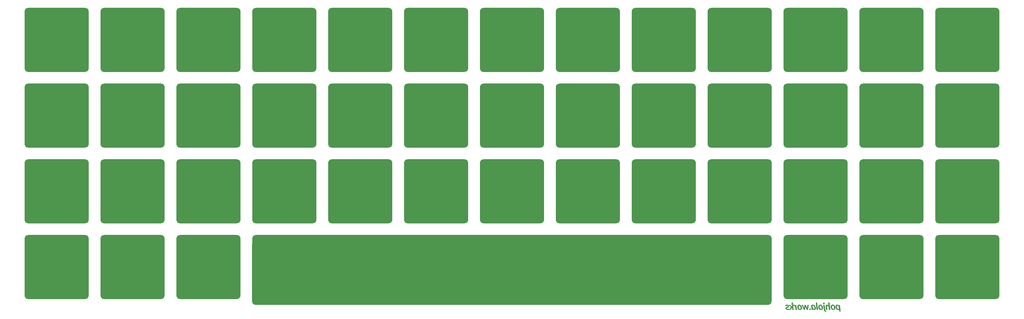
<source format=gbs>
G04 #@! TF.GenerationSoftware,KiCad,Pcbnew,(5.1.5-0-10_14)*
G04 #@! TF.CreationDate,2021-01-26T16:27:08+02:00*
G04 #@! TF.ProjectId,Louhi-FR4-plate,4c6f7568-692d-4465-9234-2d706c617465,rev?*
G04 #@! TF.SameCoordinates,Original*
G04 #@! TF.FileFunction,Soldermask,Bot*
G04 #@! TF.FilePolarity,Negative*
%FSLAX46Y46*%
G04 Gerber Fmt 4.6, Leading zero omitted, Abs format (unit mm)*
G04 Created by KiCad (PCBNEW (5.1.5-0-10_14)) date 2021-01-26 16:27:08*
%MOMM*%
%LPD*%
G04 APERTURE LIST*
%ADD10C,0.010000*%
%ADD11C,0.100000*%
G04 APERTURE END LIST*
D10*
G36*
X224077235Y-97083487D02*
G01*
X224022381Y-97132896D01*
X223989127Y-97200485D01*
X223984000Y-97239598D01*
X224001362Y-97313894D01*
X224046414Y-97368191D01*
X224108610Y-97398043D01*
X224177401Y-97399006D01*
X224242239Y-97366633D01*
X224255478Y-97354011D01*
X224291938Y-97289332D01*
X224296784Y-97217068D01*
X224274348Y-97148352D01*
X224228962Y-97094318D01*
X224164959Y-97066100D01*
X224142750Y-97064333D01*
X224077235Y-97083487D01*
G37*
X224077235Y-97083487D02*
X224022381Y-97132896D01*
X223989127Y-97200485D01*
X223984000Y-97239598D01*
X224001362Y-97313894D01*
X224046414Y-97368191D01*
X224108610Y-97398043D01*
X224177401Y-97399006D01*
X224242239Y-97366633D01*
X224255478Y-97354011D01*
X224291938Y-97289332D01*
X224296784Y-97217068D01*
X224274348Y-97148352D01*
X224228962Y-97094318D01*
X224164959Y-97066100D01*
X224142750Y-97064333D01*
X224077235Y-97083487D01*
G36*
X216115232Y-97046826D02*
G01*
X216074673Y-97058201D01*
X216067797Y-97069625D01*
X216070410Y-97097352D01*
X216077674Y-97160876D01*
X216088840Y-97254005D01*
X216103158Y-97370550D01*
X216119881Y-97504320D01*
X216131167Y-97593500D01*
X216148921Y-97733234D01*
X216164760Y-97858074D01*
X216177947Y-97962195D01*
X216187744Y-98039768D01*
X216193414Y-98084967D01*
X216194537Y-98094227D01*
X216177562Y-98092494D01*
X216155674Y-98087340D01*
X216127706Y-98069329D01*
X216076453Y-98026444D01*
X216008086Y-97964215D01*
X215928778Y-97888172D01*
X215886160Y-97845905D01*
X215655639Y-97614667D01*
X215380361Y-97614667D01*
X215650709Y-97885615D01*
X215921056Y-98156564D01*
X215790255Y-98377740D01*
X215730979Y-98477826D01*
X215671753Y-98577580D01*
X215620236Y-98664117D01*
X215589620Y-98715333D01*
X215519786Y-98831750D01*
X215637898Y-98838185D01*
X215708130Y-98840012D01*
X215762745Y-98837847D01*
X215782854Y-98834319D01*
X215802618Y-98813358D01*
X215839263Y-98762437D01*
X215888347Y-98688166D01*
X215945431Y-98597157D01*
X215975593Y-98547426D01*
X216047195Y-98431871D01*
X216105722Y-98345373D01*
X216149124Y-98290761D01*
X216175348Y-98270867D01*
X216176047Y-98270833D01*
X216193372Y-98278617D01*
X216207222Y-98306519D01*
X216219571Y-98361358D01*
X216232395Y-98449959D01*
X216235787Y-98477208D01*
X216248113Y-98576370D01*
X216259996Y-98668780D01*
X216269593Y-98740221D01*
X216272856Y-98762958D01*
X216284744Y-98842333D01*
X216537055Y-98842333D01*
X216524423Y-98762958D01*
X216518973Y-98723603D01*
X216509489Y-98649616D01*
X216496638Y-98546558D01*
X216481083Y-98419993D01*
X216463490Y-98275481D01*
X216444525Y-98118585D01*
X216424852Y-97954866D01*
X216405136Y-97789885D01*
X216386042Y-97629205D01*
X216368235Y-97478387D01*
X216352381Y-97342994D01*
X216339145Y-97228586D01*
X216329191Y-97140725D01*
X216323184Y-97084974D01*
X216321667Y-97067342D01*
X216301358Y-97052459D01*
X216242974Y-97044414D01*
X216194667Y-97043167D01*
X216115232Y-97046826D01*
G37*
X216115232Y-97046826D02*
X216074673Y-97058201D01*
X216067797Y-97069625D01*
X216070410Y-97097352D01*
X216077674Y-97160876D01*
X216088840Y-97254005D01*
X216103158Y-97370550D01*
X216119881Y-97504320D01*
X216131167Y-97593500D01*
X216148921Y-97733234D01*
X216164760Y-97858074D01*
X216177947Y-97962195D01*
X216187744Y-98039768D01*
X216193414Y-98084967D01*
X216194537Y-98094227D01*
X216177562Y-98092494D01*
X216155674Y-98087340D01*
X216127706Y-98069329D01*
X216076453Y-98026444D01*
X216008086Y-97964215D01*
X215928778Y-97888172D01*
X215886160Y-97845905D01*
X215655639Y-97614667D01*
X215380361Y-97614667D01*
X215650709Y-97885615D01*
X215921056Y-98156564D01*
X215790255Y-98377740D01*
X215730979Y-98477826D01*
X215671753Y-98577580D01*
X215620236Y-98664117D01*
X215589620Y-98715333D01*
X215519786Y-98831750D01*
X215637898Y-98838185D01*
X215708130Y-98840012D01*
X215762745Y-98837847D01*
X215782854Y-98834319D01*
X215802618Y-98813358D01*
X215839263Y-98762437D01*
X215888347Y-98688166D01*
X215945431Y-98597157D01*
X215975593Y-98547426D01*
X216047195Y-98431871D01*
X216105722Y-98345373D01*
X216149124Y-98290761D01*
X216175348Y-98270867D01*
X216176047Y-98270833D01*
X216193372Y-98278617D01*
X216207222Y-98306519D01*
X216219571Y-98361358D01*
X216232395Y-98449959D01*
X216235787Y-98477208D01*
X216248113Y-98576370D01*
X216259996Y-98668780D01*
X216269593Y-98740221D01*
X216272856Y-98762958D01*
X216284744Y-98842333D01*
X216537055Y-98842333D01*
X216524423Y-98762958D01*
X216518973Y-98723603D01*
X216509489Y-98649616D01*
X216496638Y-98546558D01*
X216481083Y-98419993D01*
X216463490Y-98275481D01*
X216444525Y-98118585D01*
X216424852Y-97954866D01*
X216405136Y-97789885D01*
X216386042Y-97629205D01*
X216368235Y-97478387D01*
X216352381Y-97342994D01*
X216339145Y-97228586D01*
X216329191Y-97140725D01*
X216323184Y-97084974D01*
X216321667Y-97067342D01*
X216301358Y-97052459D01*
X216242974Y-97044414D01*
X216194667Y-97043167D01*
X216115232Y-97046826D01*
G36*
X216593078Y-97602192D02*
G01*
X216566690Y-97631029D01*
X216560175Y-97687648D01*
X216565227Y-97746069D01*
X216579720Y-97862063D01*
X216680146Y-97852413D01*
X216741005Y-97849312D01*
X216783986Y-97858992D01*
X216826328Y-97888155D01*
X216865605Y-97924507D01*
X216924532Y-97992824D01*
X216972255Y-98076491D01*
X217010885Y-98181711D01*
X217042533Y-98314683D01*
X217069309Y-98481611D01*
X217077755Y-98547831D01*
X217113399Y-98842333D01*
X217236116Y-98842333D01*
X217314768Y-98838333D01*
X217353954Y-98826026D01*
X217359453Y-98815875D01*
X217357252Y-98788655D01*
X217350729Y-98725036D01*
X217340505Y-98630660D01*
X217327203Y-98511172D01*
X217311445Y-98372214D01*
X217293851Y-98219431D01*
X217291721Y-98201082D01*
X217223369Y-97612748D01*
X217116476Y-97618999D01*
X217009584Y-97625250D01*
X217013514Y-97887000D01*
X216956209Y-97809042D01*
X216861006Y-97699536D01*
X216764992Y-97627736D01*
X216670870Y-97595500D01*
X216643081Y-97593824D01*
X216593078Y-97602192D01*
G37*
X216593078Y-97602192D02*
X216566690Y-97631029D01*
X216560175Y-97687648D01*
X216565227Y-97746069D01*
X216579720Y-97862063D01*
X216680146Y-97852413D01*
X216741005Y-97849312D01*
X216783986Y-97858992D01*
X216826328Y-97888155D01*
X216865605Y-97924507D01*
X216924532Y-97992824D01*
X216972255Y-98076491D01*
X217010885Y-98181711D01*
X217042533Y-98314683D01*
X217069309Y-98481611D01*
X217077755Y-98547831D01*
X217113399Y-98842333D01*
X217236116Y-98842333D01*
X217314768Y-98838333D01*
X217353954Y-98826026D01*
X217359453Y-98815875D01*
X217357252Y-98788655D01*
X217350729Y-98725036D01*
X217340505Y-98630660D01*
X217327203Y-98511172D01*
X217311445Y-98372214D01*
X217293851Y-98219431D01*
X217291721Y-98201082D01*
X217223369Y-97612748D01*
X217116476Y-97618999D01*
X217009584Y-97625250D01*
X217013514Y-97887000D01*
X216956209Y-97809042D01*
X216861006Y-97699536D01*
X216764992Y-97627736D01*
X216670870Y-97595500D01*
X216643081Y-97593824D01*
X216593078Y-97602192D01*
G36*
X220140030Y-97619155D02*
G01*
X220096506Y-97631566D01*
X220082569Y-97644098D01*
X220076304Y-97673345D01*
X220065447Y-97737668D01*
X220051062Y-97830186D01*
X220034214Y-97944021D01*
X220015968Y-98072293D01*
X220013056Y-98093225D01*
X219995122Y-98219160D01*
X219978732Y-98327964D01*
X219964848Y-98413762D01*
X219954430Y-98470675D01*
X219948439Y-98492825D01*
X219947800Y-98492419D01*
X219937841Y-98467624D01*
X219913937Y-98409790D01*
X219878579Y-98324891D01*
X219834256Y-98218899D01*
X219783459Y-98097788D01*
X219762782Y-98048583D01*
X219584801Y-97625250D01*
X219359084Y-97625250D01*
X219291995Y-98016833D01*
X219270446Y-98145827D01*
X219251522Y-98265219D01*
X219236437Y-98366846D01*
X219226408Y-98442543D01*
X219222683Y-98482500D01*
X219220297Y-98516235D01*
X219214025Y-98522594D01*
X219201044Y-98497748D01*
X219178531Y-98437871D01*
X219168050Y-98408417D01*
X219141500Y-98335179D01*
X219103890Y-98233862D01*
X219059488Y-98115847D01*
X219012561Y-97992517D01*
X218993463Y-97942750D01*
X218871287Y-97625250D01*
X218750060Y-97618902D01*
X218684867Y-97616800D01*
X218640860Y-97617893D01*
X218628834Y-97620859D01*
X218636710Y-97641700D01*
X218659016Y-97696770D01*
X218693771Y-97781277D01*
X218738992Y-97890429D01*
X218792698Y-98019434D01*
X218852905Y-98163498D01*
X218880960Y-98230457D01*
X219133085Y-98831750D01*
X219249475Y-98838041D01*
X219289194Y-98841430D01*
X219319223Y-98843345D01*
X219341786Y-98838757D01*
X219359104Y-98822637D01*
X219373401Y-98789956D01*
X219386899Y-98735684D01*
X219401822Y-98654792D01*
X219420392Y-98542250D01*
X219444034Y-98397833D01*
X219463758Y-98282307D01*
X219482341Y-98179509D01*
X219498222Y-98097646D01*
X219509837Y-98044923D01*
X219513804Y-98031415D01*
X219524449Y-98029754D01*
X219544712Y-98057543D01*
X219575792Y-98117143D01*
X219618886Y-98210920D01*
X219675194Y-98341237D01*
X219696286Y-98391248D01*
X219747976Y-98513339D01*
X219795192Y-98622920D01*
X219835144Y-98713667D01*
X219865037Y-98779254D01*
X219882080Y-98813353D01*
X219883729Y-98815875D01*
X219915980Y-98831695D01*
X219974824Y-98841087D01*
X220007923Y-98842333D01*
X220077863Y-98837023D01*
X220116247Y-98822301D01*
X220120612Y-98815875D01*
X220126720Y-98787631D01*
X220138591Y-98724490D01*
X220155078Y-98633153D01*
X220175031Y-98520321D01*
X220197300Y-98392695D01*
X220220736Y-98256974D01*
X220244191Y-98119861D01*
X220266513Y-97988056D01*
X220286555Y-97868260D01*
X220303167Y-97767173D01*
X220315200Y-97691496D01*
X220321504Y-97647930D01*
X220322167Y-97640746D01*
X220303712Y-97624268D01*
X220257776Y-97615309D01*
X220198501Y-97613671D01*
X220140030Y-97619155D01*
G37*
X220140030Y-97619155D02*
X220096506Y-97631566D01*
X220082569Y-97644098D01*
X220076304Y-97673345D01*
X220065447Y-97737668D01*
X220051062Y-97830186D01*
X220034214Y-97944021D01*
X220015968Y-98072293D01*
X220013056Y-98093225D01*
X219995122Y-98219160D01*
X219978732Y-98327964D01*
X219964848Y-98413762D01*
X219954430Y-98470675D01*
X219948439Y-98492825D01*
X219947800Y-98492419D01*
X219937841Y-98467624D01*
X219913937Y-98409790D01*
X219878579Y-98324891D01*
X219834256Y-98218899D01*
X219783459Y-98097788D01*
X219762782Y-98048583D01*
X219584801Y-97625250D01*
X219359084Y-97625250D01*
X219291995Y-98016833D01*
X219270446Y-98145827D01*
X219251522Y-98265219D01*
X219236437Y-98366846D01*
X219226408Y-98442543D01*
X219222683Y-98482500D01*
X219220297Y-98516235D01*
X219214025Y-98522594D01*
X219201044Y-98497748D01*
X219178531Y-98437871D01*
X219168050Y-98408417D01*
X219141500Y-98335179D01*
X219103890Y-98233862D01*
X219059488Y-98115847D01*
X219012561Y-97992517D01*
X218993463Y-97942750D01*
X218871287Y-97625250D01*
X218750060Y-97618902D01*
X218684867Y-97616800D01*
X218640860Y-97617893D01*
X218628834Y-97620859D01*
X218636710Y-97641700D01*
X218659016Y-97696770D01*
X218693771Y-97781277D01*
X218738992Y-97890429D01*
X218792698Y-98019434D01*
X218852905Y-98163498D01*
X218880960Y-98230457D01*
X219133085Y-98831750D01*
X219249475Y-98838041D01*
X219289194Y-98841430D01*
X219319223Y-98843345D01*
X219341786Y-98838757D01*
X219359104Y-98822637D01*
X219373401Y-98789956D01*
X219386899Y-98735684D01*
X219401822Y-98654792D01*
X219420392Y-98542250D01*
X219444034Y-98397833D01*
X219463758Y-98282307D01*
X219482341Y-98179509D01*
X219498222Y-98097646D01*
X219509837Y-98044923D01*
X219513804Y-98031415D01*
X219524449Y-98029754D01*
X219544712Y-98057543D01*
X219575792Y-98117143D01*
X219618886Y-98210920D01*
X219675194Y-98341237D01*
X219696286Y-98391248D01*
X219747976Y-98513339D01*
X219795192Y-98622920D01*
X219835144Y-98713667D01*
X219865037Y-98779254D01*
X219882080Y-98813353D01*
X219883729Y-98815875D01*
X219915980Y-98831695D01*
X219974824Y-98841087D01*
X220007923Y-98842333D01*
X220077863Y-98837023D01*
X220116247Y-98822301D01*
X220120612Y-98815875D01*
X220126720Y-98787631D01*
X220138591Y-98724490D01*
X220155078Y-98633153D01*
X220175031Y-98520321D01*
X220197300Y-98392695D01*
X220220736Y-98256974D01*
X220244191Y-98119861D01*
X220266513Y-97988056D01*
X220286555Y-97868260D01*
X220303167Y-97767173D01*
X220315200Y-97691496D01*
X220321504Y-97647930D01*
X220322167Y-97640746D01*
X220303712Y-97624268D01*
X220257776Y-97615309D01*
X220198501Y-97613671D01*
X220140030Y-97619155D01*
G36*
X222216908Y-97044182D02*
G01*
X222179758Y-97049659D01*
X222166994Y-97063240D01*
X222169647Y-97088567D01*
X222170160Y-97090791D01*
X222175026Y-97121710D01*
X222184254Y-97189914D01*
X222197247Y-97290649D01*
X222213409Y-97419156D01*
X222232144Y-97570681D01*
X222252855Y-97740468D01*
X222274947Y-97923759D01*
X222282914Y-97990375D01*
X222384586Y-98842333D01*
X222506960Y-98842333D01*
X222576558Y-98840552D01*
X222613595Y-98833079D01*
X222627768Y-98816720D01*
X222629334Y-98802019D01*
X222626860Y-98772764D01*
X222619887Y-98707125D01*
X222609088Y-98610738D01*
X222595138Y-98489235D01*
X222578708Y-98348249D01*
X222560472Y-98193414D01*
X222541104Y-98030364D01*
X222521277Y-97864732D01*
X222501664Y-97702152D01*
X222482939Y-97548256D01*
X222465775Y-97408679D01*
X222450845Y-97289053D01*
X222438822Y-97195013D01*
X222430380Y-97132191D01*
X222427336Y-97111958D01*
X222419287Y-97074028D01*
X222404226Y-97053469D01*
X222371331Y-97044961D01*
X222309779Y-97043183D01*
X222287413Y-97043167D01*
X222216908Y-97044182D01*
G37*
X222216908Y-97044182D02*
X222179758Y-97049659D01*
X222166994Y-97063240D01*
X222169647Y-97088567D01*
X222170160Y-97090791D01*
X222175026Y-97121710D01*
X222184254Y-97189914D01*
X222197247Y-97290649D01*
X222213409Y-97419156D01*
X222232144Y-97570681D01*
X222252855Y-97740468D01*
X222274947Y-97923759D01*
X222282914Y-97990375D01*
X222384586Y-98842333D01*
X222506960Y-98842333D01*
X222576558Y-98840552D01*
X222613595Y-98833079D01*
X222627768Y-98816720D01*
X222629334Y-98802019D01*
X222626860Y-98772764D01*
X222619887Y-98707125D01*
X222609088Y-98610738D01*
X222595138Y-98489235D01*
X222578708Y-98348249D01*
X222560472Y-98193414D01*
X222541104Y-98030364D01*
X222521277Y-97864732D01*
X222501664Y-97702152D01*
X222482939Y-97548256D01*
X222465775Y-97408679D01*
X222450845Y-97289053D01*
X222438822Y-97195013D01*
X222430380Y-97132191D01*
X222427336Y-97111958D01*
X222419287Y-97074028D01*
X222404226Y-97053469D01*
X222371331Y-97044961D01*
X222309779Y-97043183D01*
X222287413Y-97043167D01*
X222216908Y-97044182D01*
G36*
X225334357Y-97045592D02*
G01*
X225288952Y-97051892D01*
X225275586Y-97059042D01*
X225278127Y-97084393D01*
X225284893Y-97144447D01*
X225295036Y-97231879D01*
X225307709Y-97339362D01*
X225317818Y-97424167D01*
X225331768Y-97541673D01*
X225343756Y-97644545D01*
X225352940Y-97725401D01*
X225358477Y-97776854D01*
X225359733Y-97791484D01*
X225345881Y-97789741D01*
X225310480Y-97765148D01*
X225285162Y-97743989D01*
X225161181Y-97654585D01*
X225037054Y-97605323D01*
X224934854Y-97593500D01*
X224865914Y-97596950D01*
X224817630Y-97612835D01*
X224770404Y-97649456D01*
X224745475Y-97673711D01*
X224708190Y-97715009D01*
X224680219Y-97758429D01*
X224661085Y-97809570D01*
X224650310Y-97874027D01*
X224647415Y-97957399D01*
X224651922Y-98065281D01*
X224663354Y-98203272D01*
X224681232Y-98376967D01*
X224683572Y-98398498D01*
X224731983Y-98842333D01*
X224998942Y-98842333D01*
X224988529Y-98784125D01*
X224980176Y-98729488D01*
X224968959Y-98645079D01*
X224955876Y-98539689D01*
X224941930Y-98422108D01*
X224928119Y-98301124D01*
X224915444Y-98185528D01*
X224904906Y-98084109D01*
X224897504Y-98005658D01*
X224894239Y-97958963D01*
X224894167Y-97954913D01*
X224912568Y-97882540D01*
X224960974Y-97829235D01*
X225029191Y-97805526D01*
X225039158Y-97805167D01*
X225116966Y-97824877D01*
X225196306Y-97879259D01*
X225271994Y-97961184D01*
X225338847Y-98063526D01*
X225391682Y-98179159D01*
X225425315Y-98300955D01*
X225431722Y-98344917D01*
X225441192Y-98428449D01*
X225453675Y-98533526D01*
X225466738Y-98639711D01*
X225468932Y-98657125D01*
X225492372Y-98842333D01*
X225616603Y-98842333D01*
X225682753Y-98839299D01*
X225727816Y-98831428D01*
X225740834Y-98822709D01*
X225738397Y-98798084D01*
X225731524Y-98736942D01*
X225720875Y-98644793D01*
X225707105Y-98527146D01*
X225690875Y-98389510D01*
X225672841Y-98237394D01*
X225653662Y-98076308D01*
X225633996Y-97911760D01*
X225614500Y-97749260D01*
X225595834Y-97594316D01*
X225578654Y-97452439D01*
X225563619Y-97329137D01*
X225551387Y-97229920D01*
X225542616Y-97160297D01*
X225539027Y-97133125D01*
X225526573Y-97043167D01*
X225400870Y-97043167D01*
X225334357Y-97045592D01*
G37*
X225334357Y-97045592D02*
X225288952Y-97051892D01*
X225275586Y-97059042D01*
X225278127Y-97084393D01*
X225284893Y-97144447D01*
X225295036Y-97231879D01*
X225307709Y-97339362D01*
X225317818Y-97424167D01*
X225331768Y-97541673D01*
X225343756Y-97644545D01*
X225352940Y-97725401D01*
X225358477Y-97776854D01*
X225359733Y-97791484D01*
X225345881Y-97789741D01*
X225310480Y-97765148D01*
X225285162Y-97743989D01*
X225161181Y-97654585D01*
X225037054Y-97605323D01*
X224934854Y-97593500D01*
X224865914Y-97596950D01*
X224817630Y-97612835D01*
X224770404Y-97649456D01*
X224745475Y-97673711D01*
X224708190Y-97715009D01*
X224680219Y-97758429D01*
X224661085Y-97809570D01*
X224650310Y-97874027D01*
X224647415Y-97957399D01*
X224651922Y-98065281D01*
X224663354Y-98203272D01*
X224681232Y-98376967D01*
X224683572Y-98398498D01*
X224731983Y-98842333D01*
X224998942Y-98842333D01*
X224988529Y-98784125D01*
X224980176Y-98729488D01*
X224968959Y-98645079D01*
X224955876Y-98539689D01*
X224941930Y-98422108D01*
X224928119Y-98301124D01*
X224915444Y-98185528D01*
X224904906Y-98084109D01*
X224897504Y-98005658D01*
X224894239Y-97958963D01*
X224894167Y-97954913D01*
X224912568Y-97882540D01*
X224960974Y-97829235D01*
X225029191Y-97805526D01*
X225039158Y-97805167D01*
X225116966Y-97824877D01*
X225196306Y-97879259D01*
X225271994Y-97961184D01*
X225338847Y-98063526D01*
X225391682Y-98179159D01*
X225425315Y-98300955D01*
X225431722Y-98344917D01*
X225441192Y-98428449D01*
X225453675Y-98533526D01*
X225466738Y-98639711D01*
X225468932Y-98657125D01*
X225492372Y-98842333D01*
X225616603Y-98842333D01*
X225682753Y-98839299D01*
X225727816Y-98831428D01*
X225740834Y-98822709D01*
X225738397Y-98798084D01*
X225731524Y-98736942D01*
X225720875Y-98644793D01*
X225707105Y-98527146D01*
X225690875Y-98389510D01*
X225672841Y-98237394D01*
X225653662Y-98076308D01*
X225633996Y-97911760D01*
X225614500Y-97749260D01*
X225595834Y-97594316D01*
X225578654Y-97452439D01*
X225563619Y-97329137D01*
X225551387Y-97229920D01*
X225542616Y-97160297D01*
X225539027Y-97133125D01*
X225526573Y-97043167D01*
X225400870Y-97043167D01*
X225334357Y-97045592D01*
G36*
X214770407Y-97601114D02*
G01*
X214655652Y-97627344D01*
X214563078Y-97673326D01*
X214542266Y-97690018D01*
X214510667Y-97723168D01*
X214506216Y-97750900D01*
X214530218Y-97787102D01*
X214553835Y-97813301D01*
X214606336Y-97869951D01*
X214690575Y-97826975D01*
X214792494Y-97791082D01*
X214891169Y-97784939D01*
X214977971Y-97806782D01*
X215044270Y-97854851D01*
X215074732Y-97905410D01*
X215082095Y-97962382D01*
X215055954Y-98013597D01*
X214993445Y-98062251D01*
X214891708Y-98111539D01*
X214889112Y-98112612D01*
X214755405Y-98179288D01*
X214662092Y-98253065D01*
X214607608Y-98335417D01*
X214592567Y-98391988D01*
X214597195Y-98508256D01*
X214638163Y-98621392D01*
X214709928Y-98722108D01*
X214806946Y-98801115D01*
X214850402Y-98824024D01*
X214940196Y-98850048D01*
X215050697Y-98861294D01*
X215163698Y-98857520D01*
X215260992Y-98838484D01*
X215284349Y-98829782D01*
X215348124Y-98795571D01*
X215402581Y-98756044D01*
X215405347Y-98753505D01*
X215452413Y-98709289D01*
X215409349Y-98648811D01*
X215362888Y-98602402D01*
X215309898Y-98591620D01*
X215242227Y-98615696D01*
X215216220Y-98630587D01*
X215130548Y-98662915D01*
X215030234Y-98672140D01*
X214936585Y-98656947D01*
X214916510Y-98649087D01*
X214861385Y-98602990D01*
X214829288Y-98534481D01*
X214827122Y-98460290D01*
X214831761Y-98443670D01*
X214852946Y-98408825D01*
X214895405Y-98375636D01*
X214967083Y-98338571D01*
X215009775Y-98319672D01*
X215131999Y-98261734D01*
X215217805Y-98205636D01*
X215272282Y-98144898D01*
X215300523Y-98073042D01*
X215307615Y-97983587D01*
X215305771Y-97942853D01*
X215279688Y-97846272D01*
X215220613Y-97754157D01*
X215137512Y-97676594D01*
X215039352Y-97623672D01*
X215015204Y-97615939D01*
X214894528Y-97596644D01*
X214770407Y-97601114D01*
G37*
X214770407Y-97601114D02*
X214655652Y-97627344D01*
X214563078Y-97673326D01*
X214542266Y-97690018D01*
X214510667Y-97723168D01*
X214506216Y-97750900D01*
X214530218Y-97787102D01*
X214553835Y-97813301D01*
X214606336Y-97869951D01*
X214690575Y-97826975D01*
X214792494Y-97791082D01*
X214891169Y-97784939D01*
X214977971Y-97806782D01*
X215044270Y-97854851D01*
X215074732Y-97905410D01*
X215082095Y-97962382D01*
X215055954Y-98013597D01*
X214993445Y-98062251D01*
X214891708Y-98111539D01*
X214889112Y-98112612D01*
X214755405Y-98179288D01*
X214662092Y-98253065D01*
X214607608Y-98335417D01*
X214592567Y-98391988D01*
X214597195Y-98508256D01*
X214638163Y-98621392D01*
X214709928Y-98722108D01*
X214806946Y-98801115D01*
X214850402Y-98824024D01*
X214940196Y-98850048D01*
X215050697Y-98861294D01*
X215163698Y-98857520D01*
X215260992Y-98838484D01*
X215284349Y-98829782D01*
X215348124Y-98795571D01*
X215402581Y-98756044D01*
X215405347Y-98753505D01*
X215452413Y-98709289D01*
X215409349Y-98648811D01*
X215362888Y-98602402D01*
X215309898Y-98591620D01*
X215242227Y-98615696D01*
X215216220Y-98630587D01*
X215130548Y-98662915D01*
X215030234Y-98672140D01*
X214936585Y-98656947D01*
X214916510Y-98649087D01*
X214861385Y-98602990D01*
X214829288Y-98534481D01*
X214827122Y-98460290D01*
X214831761Y-98443670D01*
X214852946Y-98408825D01*
X214895405Y-98375636D01*
X214967083Y-98338571D01*
X215009775Y-98319672D01*
X215131999Y-98261734D01*
X215217805Y-98205636D01*
X215272282Y-98144898D01*
X215300523Y-98073042D01*
X215307615Y-97983587D01*
X215305771Y-97942853D01*
X215279688Y-97846272D01*
X215220613Y-97754157D01*
X215137512Y-97676594D01*
X215039352Y-97623672D01*
X215015204Y-97615939D01*
X214894528Y-97596644D01*
X214770407Y-97601114D01*
G36*
X217868555Y-97601909D02*
G01*
X217758197Y-97640712D01*
X217662084Y-97708790D01*
X217585632Y-97806433D01*
X217539558Y-97914884D01*
X217510775Y-98074664D01*
X217516337Y-98233162D01*
X217552779Y-98385027D01*
X217616640Y-98524905D01*
X217704455Y-98647441D01*
X217812762Y-98747284D01*
X217938097Y-98819078D01*
X218076996Y-98857472D01*
X218152584Y-98862465D01*
X218233793Y-98857430D01*
X218307546Y-98845142D01*
X218343084Y-98834128D01*
X218413091Y-98788438D01*
X218485372Y-98717354D01*
X218547403Y-98635148D01*
X218586415Y-98556842D01*
X218600160Y-98484393D01*
X218605573Y-98381664D01*
X218604502Y-98329243D01*
X218355157Y-98329243D01*
X218350887Y-98439590D01*
X218330233Y-98527984D01*
X218322963Y-98543977D01*
X218264774Y-98617651D01*
X218186104Y-98654664D01*
X218088252Y-98654652D01*
X218007431Y-98631812D01*
X217949404Y-98592573D01*
X217890294Y-98524169D01*
X217839299Y-98438500D01*
X217817040Y-98385517D01*
X217776770Y-98234301D01*
X217765529Y-98095677D01*
X217783069Y-97975664D01*
X217829142Y-97880280D01*
X217838247Y-97868767D01*
X217880915Y-97827216D01*
X217928019Y-97808862D01*
X217987925Y-97805167D01*
X218094032Y-97821471D01*
X218182190Y-97872397D01*
X218256915Y-97960960D01*
X218280197Y-98000427D01*
X218318758Y-98096268D01*
X218344096Y-98210338D01*
X218355157Y-98329243D01*
X218604502Y-98329243D01*
X218603742Y-98292099D01*
X218596164Y-98188312D01*
X218582238Y-98108862D01*
X218557688Y-98035804D01*
X218526412Y-97967638D01*
X218444369Y-97836875D01*
X218344062Y-97733650D01*
X218230909Y-97658251D01*
X218110329Y-97610968D01*
X217987738Y-97592091D01*
X217868555Y-97601909D01*
G37*
X217868555Y-97601909D02*
X217758197Y-97640712D01*
X217662084Y-97708790D01*
X217585632Y-97806433D01*
X217539558Y-97914884D01*
X217510775Y-98074664D01*
X217516337Y-98233162D01*
X217552779Y-98385027D01*
X217616640Y-98524905D01*
X217704455Y-98647441D01*
X217812762Y-98747284D01*
X217938097Y-98819078D01*
X218076996Y-98857472D01*
X218152584Y-98862465D01*
X218233793Y-98857430D01*
X218307546Y-98845142D01*
X218343084Y-98834128D01*
X218413091Y-98788438D01*
X218485372Y-98717354D01*
X218547403Y-98635148D01*
X218586415Y-98556842D01*
X218600160Y-98484393D01*
X218605573Y-98381664D01*
X218604502Y-98329243D01*
X218355157Y-98329243D01*
X218350887Y-98439590D01*
X218330233Y-98527984D01*
X218322963Y-98543977D01*
X218264774Y-98617651D01*
X218186104Y-98654664D01*
X218088252Y-98654652D01*
X218007431Y-98631812D01*
X217949404Y-98592573D01*
X217890294Y-98524169D01*
X217839299Y-98438500D01*
X217817040Y-98385517D01*
X217776770Y-98234301D01*
X217765529Y-98095677D01*
X217783069Y-97975664D01*
X217829142Y-97880280D01*
X217838247Y-97868767D01*
X217880915Y-97827216D01*
X217928019Y-97808862D01*
X217987925Y-97805167D01*
X218094032Y-97821471D01*
X218182190Y-97872397D01*
X218256915Y-97960960D01*
X218280197Y-98000427D01*
X218318758Y-98096268D01*
X218344096Y-98210338D01*
X218355157Y-98329243D01*
X218604502Y-98329243D01*
X218603742Y-98292099D01*
X218596164Y-98188312D01*
X218582238Y-98108862D01*
X218557688Y-98035804D01*
X218526412Y-97967638D01*
X218444369Y-97836875D01*
X218344062Y-97733650D01*
X218230909Y-97658251D01*
X218110329Y-97610968D01*
X217987738Y-97592091D01*
X217868555Y-97601909D01*
G36*
X220626360Y-98552523D02*
G01*
X220569699Y-98589256D01*
X220554554Y-98610335D01*
X220533708Y-98684063D01*
X220545402Y-98752860D01*
X220582027Y-98810424D01*
X220635973Y-98850447D01*
X220699632Y-98866626D01*
X220765395Y-98852655D01*
X220809000Y-98821167D01*
X220847281Y-98756239D01*
X220852300Y-98681842D01*
X220826271Y-98611609D01*
X220771406Y-98559172D01*
X220766002Y-98556239D01*
X220697425Y-98540077D01*
X220626360Y-98552523D01*
G37*
X220626360Y-98552523D02*
X220569699Y-98589256D01*
X220554554Y-98610335D01*
X220533708Y-98684063D01*
X220545402Y-98752860D01*
X220582027Y-98810424D01*
X220635973Y-98850447D01*
X220699632Y-98866626D01*
X220765395Y-98852655D01*
X220809000Y-98821167D01*
X220847281Y-98756239D01*
X220852300Y-98681842D01*
X220826271Y-98611609D01*
X220771406Y-98559172D01*
X220766002Y-98556239D01*
X220697425Y-98540077D01*
X220626360Y-98552523D01*
G36*
X221174481Y-97605139D02*
G01*
X221091714Y-97620434D01*
X221032044Y-97641014D01*
X221008710Y-97659222D01*
X221008256Y-97684062D01*
X221012416Y-97745363D01*
X221020658Y-97837569D01*
X221032446Y-97955120D01*
X221047249Y-98092461D01*
X221064532Y-98244032D01*
X221066354Y-98259569D01*
X221134864Y-98842333D01*
X221234251Y-98842333D01*
X221299027Y-98838112D01*
X221336692Y-98819595D01*
X221354390Y-98778004D01*
X221359266Y-98704558D01*
X221359334Y-98688625D01*
X221359334Y-98601880D01*
X221435691Y-98691087D01*
X221496182Y-98751458D01*
X221563385Y-98803815D01*
X221593598Y-98821897D01*
X221674276Y-98849174D01*
X221768656Y-98861489D01*
X221855974Y-98856966D01*
X221888500Y-98848551D01*
X221970446Y-98796716D01*
X222034259Y-98710359D01*
X222077048Y-98594454D01*
X222093100Y-98496732D01*
X222091249Y-98383743D01*
X221834946Y-98383743D01*
X221834202Y-98468450D01*
X221829057Y-98522553D01*
X221816339Y-98557760D01*
X221792878Y-98585783D01*
X221776195Y-98600701D01*
X221707750Y-98643110D01*
X221639946Y-98646354D01*
X221571633Y-98617090D01*
X221505477Y-98558524D01*
X221441234Y-98466357D01*
X221382839Y-98349273D01*
X221334222Y-98215957D01*
X221299317Y-98075091D01*
X221286169Y-97986686D01*
X221276799Y-97908976D01*
X221267300Y-97846224D01*
X221259739Y-97812061D01*
X221268330Y-97792124D01*
X221307225Y-97783816D01*
X221366217Y-97786485D01*
X221435098Y-97799480D01*
X221503660Y-97822149D01*
X221518066Y-97828547D01*
X221640876Y-97908622D01*
X221735448Y-98018365D01*
X221799730Y-98154183D01*
X221831671Y-98312483D01*
X221834946Y-98383743D01*
X222091249Y-98383743D01*
X222090064Y-98311508D01*
X222047870Y-98135238D01*
X221969511Y-97973487D01*
X221857980Y-97831819D01*
X221716273Y-97715799D01*
X221652859Y-97678377D01*
X221559141Y-97634423D01*
X221471686Y-97609845D01*
X221366455Y-97597899D01*
X221365879Y-97597862D01*
X221269489Y-97596993D01*
X221174481Y-97605139D01*
G37*
X221174481Y-97605139D02*
X221091714Y-97620434D01*
X221032044Y-97641014D01*
X221008710Y-97659222D01*
X221008256Y-97684062D01*
X221012416Y-97745363D01*
X221020658Y-97837569D01*
X221032446Y-97955120D01*
X221047249Y-98092461D01*
X221064532Y-98244032D01*
X221066354Y-98259569D01*
X221134864Y-98842333D01*
X221234251Y-98842333D01*
X221299027Y-98838112D01*
X221336692Y-98819595D01*
X221354390Y-98778004D01*
X221359266Y-98704558D01*
X221359334Y-98688625D01*
X221359334Y-98601880D01*
X221435691Y-98691087D01*
X221496182Y-98751458D01*
X221563385Y-98803815D01*
X221593598Y-98821897D01*
X221674276Y-98849174D01*
X221768656Y-98861489D01*
X221855974Y-98856966D01*
X221888500Y-98848551D01*
X221970446Y-98796716D01*
X222034259Y-98710359D01*
X222077048Y-98594454D01*
X222093100Y-98496732D01*
X222091249Y-98383743D01*
X221834946Y-98383743D01*
X221834202Y-98468450D01*
X221829057Y-98522553D01*
X221816339Y-98557760D01*
X221792878Y-98585783D01*
X221776195Y-98600701D01*
X221707750Y-98643110D01*
X221639946Y-98646354D01*
X221571633Y-98617090D01*
X221505477Y-98558524D01*
X221441234Y-98466357D01*
X221382839Y-98349273D01*
X221334222Y-98215957D01*
X221299317Y-98075091D01*
X221286169Y-97986686D01*
X221276799Y-97908976D01*
X221267300Y-97846224D01*
X221259739Y-97812061D01*
X221268330Y-97792124D01*
X221307225Y-97783816D01*
X221366217Y-97786485D01*
X221435098Y-97799480D01*
X221503660Y-97822149D01*
X221518066Y-97828547D01*
X221640876Y-97908622D01*
X221735448Y-98018365D01*
X221799730Y-98154183D01*
X221831671Y-98312483D01*
X221834946Y-98383743D01*
X222091249Y-98383743D01*
X222090064Y-98311508D01*
X222047870Y-98135238D01*
X221969511Y-97973487D01*
X221857980Y-97831819D01*
X221716273Y-97715799D01*
X221652859Y-97678377D01*
X221559141Y-97634423D01*
X221471686Y-97609845D01*
X221366455Y-97597899D01*
X221365879Y-97597862D01*
X221269489Y-97596993D01*
X221174481Y-97605139D01*
G36*
X223179631Y-97601570D02*
G01*
X223059061Y-97636539D01*
X222953263Y-97701999D01*
X222869043Y-97797484D01*
X222848878Y-97832152D01*
X222803670Y-97961522D01*
X222789855Y-98107664D01*
X222805368Y-98261411D01*
X222848146Y-98413596D01*
X222916126Y-98555053D01*
X223007244Y-98676615D01*
X223047836Y-98715975D01*
X223166552Y-98796263D01*
X223300235Y-98845991D01*
X223438811Y-98863320D01*
X223572202Y-98846407D01*
X223636178Y-98823467D01*
X223726775Y-98761352D01*
X223804564Y-98667885D01*
X223861749Y-98553747D01*
X223881227Y-98487678D01*
X223890181Y-98390526D01*
X223640797Y-98390526D01*
X223620869Y-98497429D01*
X223578642Y-98580531D01*
X223516648Y-98636261D01*
X223437421Y-98661045D01*
X223343492Y-98651312D01*
X223253750Y-98613101D01*
X223200116Y-98565321D01*
X223145220Y-98485121D01*
X223126750Y-98450530D01*
X223092531Y-98374653D01*
X223071979Y-98304581D01*
X223061110Y-98222813D01*
X223056935Y-98143833D01*
X223059622Y-98014982D01*
X223079472Y-97920928D01*
X223118607Y-97856898D01*
X223179146Y-97818119D01*
X223205319Y-97809750D01*
X223310863Y-97801622D01*
X223406744Y-97833308D01*
X223490521Y-97902910D01*
X223559754Y-98008530D01*
X223603628Y-98119604D01*
X223635894Y-98263394D01*
X223640797Y-98390526D01*
X223890181Y-98390526D01*
X223894855Y-98339827D01*
X223875983Y-98181430D01*
X223828061Y-98024299D01*
X223754535Y-97880250D01*
X223673497Y-97775881D01*
X223561904Y-97684246D01*
X223437858Y-97624959D01*
X223308165Y-97597555D01*
X223179631Y-97601570D01*
G37*
X223179631Y-97601570D02*
X223059061Y-97636539D01*
X222953263Y-97701999D01*
X222869043Y-97797484D01*
X222848878Y-97832152D01*
X222803670Y-97961522D01*
X222789855Y-98107664D01*
X222805368Y-98261411D01*
X222848146Y-98413596D01*
X222916126Y-98555053D01*
X223007244Y-98676615D01*
X223047836Y-98715975D01*
X223166552Y-98796263D01*
X223300235Y-98845991D01*
X223438811Y-98863320D01*
X223572202Y-98846407D01*
X223636178Y-98823467D01*
X223726775Y-98761352D01*
X223804564Y-98667885D01*
X223861749Y-98553747D01*
X223881227Y-98487678D01*
X223890181Y-98390526D01*
X223640797Y-98390526D01*
X223620869Y-98497429D01*
X223578642Y-98580531D01*
X223516648Y-98636261D01*
X223437421Y-98661045D01*
X223343492Y-98651312D01*
X223253750Y-98613101D01*
X223200116Y-98565321D01*
X223145220Y-98485121D01*
X223126750Y-98450530D01*
X223092531Y-98374653D01*
X223071979Y-98304581D01*
X223061110Y-98222813D01*
X223056935Y-98143833D01*
X223059622Y-98014982D01*
X223079472Y-97920928D01*
X223118607Y-97856898D01*
X223179146Y-97818119D01*
X223205319Y-97809750D01*
X223310863Y-97801622D01*
X223406744Y-97833308D01*
X223490521Y-97902910D01*
X223559754Y-98008530D01*
X223603628Y-98119604D01*
X223635894Y-98263394D01*
X223640797Y-98390526D01*
X223890181Y-98390526D01*
X223894855Y-98339827D01*
X223875983Y-98181430D01*
X223828061Y-98024299D01*
X223754535Y-97880250D01*
X223673497Y-97775881D01*
X223561904Y-97684246D01*
X223437858Y-97624959D01*
X223308165Y-97597555D01*
X223179631Y-97601570D01*
G36*
X226201866Y-97615598D02*
G01*
X226092994Y-97666279D01*
X226006068Y-97748101D01*
X225942467Y-97855204D01*
X225903570Y-97981729D01*
X225890757Y-98121816D01*
X225905405Y-98269605D01*
X225948893Y-98419235D01*
X225991206Y-98510850D01*
X226050758Y-98599644D01*
X226130203Y-98687483D01*
X226218433Y-98764206D01*
X226304340Y-98819649D01*
X226348915Y-98838109D01*
X226444111Y-98856492D01*
X226550675Y-98861627D01*
X226651090Y-98853699D01*
X226725084Y-98834128D01*
X226799514Y-98785282D01*
X226873291Y-98710106D01*
X226934334Y-98623033D01*
X226969673Y-98541908D01*
X226980686Y-98474530D01*
X226986372Y-98383091D01*
X226985687Y-98289236D01*
X226731144Y-98289236D01*
X226730415Y-98424940D01*
X226709491Y-98526493D01*
X226667014Y-98597658D01*
X226604168Y-98641110D01*
X226551608Y-98663082D01*
X226517164Y-98670013D01*
X226479771Y-98662892D01*
X226437201Y-98648953D01*
X226338106Y-98594205D01*
X226256220Y-98504691D01*
X226194659Y-98385563D01*
X226156538Y-98241973D01*
X226147828Y-98170347D01*
X226148723Y-98064058D01*
X226166386Y-97965159D01*
X226197660Y-97884367D01*
X226239385Y-97832397D01*
X226249285Y-97826092D01*
X226319404Y-97807154D01*
X226406928Y-97808301D01*
X226492837Y-97828041D01*
X226536356Y-97848595D01*
X226609716Y-97916757D01*
X226668944Y-98018020D01*
X226710563Y-98144511D01*
X226731093Y-98288360D01*
X226731144Y-98289236D01*
X226985687Y-98289236D01*
X226985660Y-98285651D01*
X226985295Y-98278146D01*
X226959364Y-98107230D01*
X226903005Y-97954932D01*
X226820379Y-97824772D01*
X226715647Y-97720268D01*
X226592970Y-97644940D01*
X226456510Y-97602307D01*
X226310427Y-97595888D01*
X226201866Y-97615598D01*
G37*
X226201866Y-97615598D02*
X226092994Y-97666279D01*
X226006068Y-97748101D01*
X225942467Y-97855204D01*
X225903570Y-97981729D01*
X225890757Y-98121816D01*
X225905405Y-98269605D01*
X225948893Y-98419235D01*
X225991206Y-98510850D01*
X226050758Y-98599644D01*
X226130203Y-98687483D01*
X226218433Y-98764206D01*
X226304340Y-98819649D01*
X226348915Y-98838109D01*
X226444111Y-98856492D01*
X226550675Y-98861627D01*
X226651090Y-98853699D01*
X226725084Y-98834128D01*
X226799514Y-98785282D01*
X226873291Y-98710106D01*
X226934334Y-98623033D01*
X226969673Y-98541908D01*
X226980686Y-98474530D01*
X226986372Y-98383091D01*
X226985687Y-98289236D01*
X226731144Y-98289236D01*
X226730415Y-98424940D01*
X226709491Y-98526493D01*
X226667014Y-98597658D01*
X226604168Y-98641110D01*
X226551608Y-98663082D01*
X226517164Y-98670013D01*
X226479771Y-98662892D01*
X226437201Y-98648953D01*
X226338106Y-98594205D01*
X226256220Y-98504691D01*
X226194659Y-98385563D01*
X226156538Y-98241973D01*
X226147828Y-98170347D01*
X226148723Y-98064058D01*
X226166386Y-97965159D01*
X226197660Y-97884367D01*
X226239385Y-97832397D01*
X226249285Y-97826092D01*
X226319404Y-97807154D01*
X226406928Y-97808301D01*
X226492837Y-97828041D01*
X226536356Y-97848595D01*
X226609716Y-97916757D01*
X226668944Y-98018020D01*
X226710563Y-98144511D01*
X226731093Y-98288360D01*
X226731144Y-98289236D01*
X226985687Y-98289236D01*
X226985660Y-98285651D01*
X226985295Y-98278146D01*
X226959364Y-98107230D01*
X226903005Y-97954932D01*
X226820379Y-97824772D01*
X226715647Y-97720268D01*
X226592970Y-97644940D01*
X226456510Y-97602307D01*
X226310427Y-97595888D01*
X226201866Y-97615598D01*
G36*
X227404458Y-97601579D02*
G01*
X227308589Y-97641686D01*
X227229150Y-97715499D01*
X227194937Y-97769803D01*
X227155033Y-97887787D01*
X227141321Y-98029163D01*
X227153012Y-98184705D01*
X227189315Y-98345186D01*
X227249439Y-98501381D01*
X227259346Y-98521652D01*
X227319278Y-98615568D01*
X227399178Y-98706244D01*
X227487745Y-98782881D01*
X227573676Y-98834678D01*
X227596021Y-98843358D01*
X227686516Y-98859785D01*
X227788347Y-98857989D01*
X227884613Y-98839766D01*
X227958413Y-98806910D01*
X227961735Y-98804529D01*
X228022325Y-98759733D01*
X228047443Y-98975658D01*
X228060865Y-99091030D01*
X228072055Y-99170953D01*
X228084606Y-99221910D01*
X228102111Y-99250383D01*
X228128162Y-99262853D01*
X228166353Y-99265804D01*
X228208177Y-99265667D01*
X228274535Y-99264050D01*
X228308908Y-99256354D01*
X228321608Y-99238306D01*
X228323124Y-99218042D01*
X228320635Y-99187170D01*
X228313663Y-99120264D01*
X228302919Y-99023299D01*
X228289117Y-98902254D01*
X228272968Y-98763106D01*
X228255184Y-98611834D01*
X228240547Y-98488649D01*
X227988476Y-98488649D01*
X227988128Y-98550948D01*
X227971439Y-98591912D01*
X227934933Y-98621517D01*
X227889259Y-98643665D01*
X227805279Y-98668759D01*
X227727821Y-98662459D01*
X227643815Y-98625375D01*
X227593146Y-98590026D01*
X227550026Y-98541411D01*
X227505950Y-98468819D01*
X227480871Y-98420134D01*
X227440774Y-98335419D01*
X227417234Y-98269262D01*
X227405929Y-98203394D01*
X227402538Y-98119546D01*
X227402417Y-98088521D01*
X227403764Y-97999462D01*
X227409546Y-97941052D01*
X227422376Y-97901645D01*
X227444868Y-97869597D01*
X227453732Y-97859845D01*
X227521462Y-97814489D01*
X227599259Y-97807527D01*
X227681729Y-97837943D01*
X227763481Y-97904721D01*
X227778054Y-97920932D01*
X227834402Y-98003649D01*
X227889105Y-98113843D01*
X227936059Y-98236891D01*
X227969161Y-98358173D01*
X227975962Y-98395044D01*
X227988476Y-98488649D01*
X228240547Y-98488649D01*
X228236478Y-98454414D01*
X228217562Y-98296824D01*
X228199148Y-98145042D01*
X228181949Y-98005046D01*
X228166677Y-97882813D01*
X228154044Y-97784321D01*
X228144762Y-97715547D01*
X228141409Y-97692965D01*
X228128582Y-97612514D01*
X227931584Y-97625250D01*
X227925184Y-97748680D01*
X227918785Y-97872110D01*
X227834988Y-97776911D01*
X227732022Y-97682844D01*
X227622037Y-97622223D01*
X227510895Y-97595113D01*
X227404458Y-97601579D01*
G37*
X227404458Y-97601579D02*
X227308589Y-97641686D01*
X227229150Y-97715499D01*
X227194937Y-97769803D01*
X227155033Y-97887787D01*
X227141321Y-98029163D01*
X227153012Y-98184705D01*
X227189315Y-98345186D01*
X227249439Y-98501381D01*
X227259346Y-98521652D01*
X227319278Y-98615568D01*
X227399178Y-98706244D01*
X227487745Y-98782881D01*
X227573676Y-98834678D01*
X227596021Y-98843358D01*
X227686516Y-98859785D01*
X227788347Y-98857989D01*
X227884613Y-98839766D01*
X227958413Y-98806910D01*
X227961735Y-98804529D01*
X228022325Y-98759733D01*
X228047443Y-98975658D01*
X228060865Y-99091030D01*
X228072055Y-99170953D01*
X228084606Y-99221910D01*
X228102111Y-99250383D01*
X228128162Y-99262853D01*
X228166353Y-99265804D01*
X228208177Y-99265667D01*
X228274535Y-99264050D01*
X228308908Y-99256354D01*
X228321608Y-99238306D01*
X228323124Y-99218042D01*
X228320635Y-99187170D01*
X228313663Y-99120264D01*
X228302919Y-99023299D01*
X228289117Y-98902254D01*
X228272968Y-98763106D01*
X228255184Y-98611834D01*
X228240547Y-98488649D01*
X227988476Y-98488649D01*
X227988128Y-98550948D01*
X227971439Y-98591912D01*
X227934933Y-98621517D01*
X227889259Y-98643665D01*
X227805279Y-98668759D01*
X227727821Y-98662459D01*
X227643815Y-98625375D01*
X227593146Y-98590026D01*
X227550026Y-98541411D01*
X227505950Y-98468819D01*
X227480871Y-98420134D01*
X227440774Y-98335419D01*
X227417234Y-98269262D01*
X227405929Y-98203394D01*
X227402538Y-98119546D01*
X227402417Y-98088521D01*
X227403764Y-97999462D01*
X227409546Y-97941052D01*
X227422376Y-97901645D01*
X227444868Y-97869597D01*
X227453732Y-97859845D01*
X227521462Y-97814489D01*
X227599259Y-97807527D01*
X227681729Y-97837943D01*
X227763481Y-97904721D01*
X227778054Y-97920932D01*
X227834402Y-98003649D01*
X227889105Y-98113843D01*
X227936059Y-98236891D01*
X227969161Y-98358173D01*
X227975962Y-98395044D01*
X227988476Y-98488649D01*
X228240547Y-98488649D01*
X228236478Y-98454414D01*
X228217562Y-98296824D01*
X228199148Y-98145042D01*
X228181949Y-98005046D01*
X228166677Y-97882813D01*
X228154044Y-97784321D01*
X228144762Y-97715547D01*
X228141409Y-97692965D01*
X228128582Y-97612514D01*
X227931584Y-97625250D01*
X227925184Y-97748680D01*
X227918785Y-97872110D01*
X227834988Y-97776911D01*
X227732022Y-97682844D01*
X227622037Y-97622223D01*
X227510895Y-97595113D01*
X227404458Y-97601579D01*
G36*
X224107582Y-97615468D02*
G01*
X224061712Y-97617550D01*
X224047878Y-97619958D01*
X224054785Y-97696472D01*
X224066334Y-97801355D01*
X224081653Y-97928364D01*
X224099867Y-98071260D01*
X224120105Y-98223801D01*
X224141492Y-98379746D01*
X224163156Y-98532856D01*
X224184224Y-98676888D01*
X224203822Y-98805602D01*
X224221077Y-98912758D01*
X224235116Y-98992114D01*
X224245067Y-99037429D01*
X224246985Y-99043128D01*
X224313180Y-99157497D01*
X224401026Y-99235834D01*
X224443696Y-99257811D01*
X224508006Y-99275887D01*
X224585273Y-99285095D01*
X224658684Y-99284662D01*
X224711422Y-99273816D01*
X224717903Y-99270398D01*
X224732923Y-99236235D01*
X224727725Y-99181283D01*
X224713332Y-99133611D01*
X224686544Y-99107995D01*
X224633451Y-99092324D01*
X224623153Y-99090240D01*
X224541369Y-99060198D01*
X224500227Y-99021624D01*
X224487028Y-98985618D01*
X224471145Y-98913179D01*
X224452384Y-98803098D01*
X224430550Y-98654160D01*
X224405452Y-98465156D01*
X224384565Y-98297986D01*
X224364553Y-98134356D01*
X224346274Y-97984773D01*
X224330342Y-97854259D01*
X224317368Y-97747837D01*
X224307965Y-97670530D01*
X224302746Y-97627362D01*
X224301878Y-97619958D01*
X224282429Y-97617166D01*
X224232263Y-97615248D01*
X224174500Y-97614667D01*
X224107582Y-97615468D01*
G37*
X224107582Y-97615468D02*
X224061712Y-97617550D01*
X224047878Y-97619958D01*
X224054785Y-97696472D01*
X224066334Y-97801355D01*
X224081653Y-97928364D01*
X224099867Y-98071260D01*
X224120105Y-98223801D01*
X224141492Y-98379746D01*
X224163156Y-98532856D01*
X224184224Y-98676888D01*
X224203822Y-98805602D01*
X224221077Y-98912758D01*
X224235116Y-98992114D01*
X224245067Y-99037429D01*
X224246985Y-99043128D01*
X224313180Y-99157497D01*
X224401026Y-99235834D01*
X224443696Y-99257811D01*
X224508006Y-99275887D01*
X224585273Y-99285095D01*
X224658684Y-99284662D01*
X224711422Y-99273816D01*
X224717903Y-99270398D01*
X224732923Y-99236235D01*
X224727725Y-99181283D01*
X224713332Y-99133611D01*
X224686544Y-99107995D01*
X224633451Y-99092324D01*
X224623153Y-99090240D01*
X224541369Y-99060198D01*
X224500227Y-99021624D01*
X224487028Y-98985618D01*
X224471145Y-98913179D01*
X224452384Y-98803098D01*
X224430550Y-98654160D01*
X224405452Y-98465156D01*
X224384565Y-98297986D01*
X224364553Y-98134356D01*
X224346274Y-97984773D01*
X224330342Y-97854259D01*
X224317368Y-97747837D01*
X224307965Y-97670530D01*
X224302746Y-97627362D01*
X224301878Y-97619958D01*
X224282429Y-97617166D01*
X224232263Y-97615248D01*
X224174500Y-97614667D01*
X224107582Y-97615468D01*
D11*
G36*
X210382295Y-80081986D02*
G01*
X210551992Y-80133462D01*
X210708376Y-80217052D01*
X210845453Y-80329547D01*
X210957948Y-80466624D01*
X211041538Y-80623008D01*
X211093014Y-80792705D01*
X211111000Y-80975316D01*
X211111000Y-95254684D01*
X211093014Y-95437297D01*
X211078882Y-95483884D01*
X211073500Y-95520168D01*
X211073500Y-96719684D01*
X211055514Y-96902295D01*
X211004038Y-97071992D01*
X210920448Y-97228376D01*
X210807953Y-97365453D01*
X210670876Y-97477948D01*
X210514492Y-97561538D01*
X210344795Y-97613014D01*
X210162184Y-97631000D01*
X81582816Y-97631000D01*
X81400205Y-97613014D01*
X81230508Y-97561538D01*
X81074124Y-97477948D01*
X80937047Y-97365453D01*
X80824552Y-97228376D01*
X80740962Y-97071992D01*
X80689486Y-96902295D01*
X80671500Y-96719684D01*
X80671500Y-82440316D01*
X80689486Y-82257703D01*
X80703618Y-82211116D01*
X80709000Y-82174832D01*
X80709000Y-80975316D01*
X80726986Y-80792705D01*
X80778462Y-80623008D01*
X80862052Y-80466624D01*
X80974547Y-80329547D01*
X81111624Y-80217052D01*
X81268008Y-80133462D01*
X81437705Y-80081986D01*
X81620316Y-80064000D01*
X210199684Y-80064000D01*
X210382295Y-80081986D01*
G37*
G36*
X38932295Y-80081986D02*
G01*
X39101992Y-80133462D01*
X39258376Y-80217052D01*
X39395453Y-80329547D01*
X39507948Y-80466624D01*
X39591538Y-80623008D01*
X39643014Y-80792705D01*
X39661000Y-80975316D01*
X39661000Y-95254684D01*
X39643014Y-95437295D01*
X39591538Y-95606992D01*
X39507948Y-95763376D01*
X39395453Y-95900453D01*
X39258376Y-96012948D01*
X39101992Y-96096538D01*
X38932295Y-96148014D01*
X38749684Y-96166000D01*
X24470316Y-96166000D01*
X24287705Y-96148014D01*
X24118008Y-96096538D01*
X23961624Y-96012948D01*
X23824547Y-95900453D01*
X23712052Y-95763376D01*
X23628462Y-95606992D01*
X23576986Y-95437295D01*
X23559000Y-95254684D01*
X23559000Y-80975316D01*
X23576986Y-80792705D01*
X23628462Y-80623008D01*
X23712052Y-80466624D01*
X23824547Y-80329547D01*
X23961624Y-80217052D01*
X24118008Y-80133462D01*
X24287705Y-80081986D01*
X24470316Y-80064000D01*
X38749684Y-80064000D01*
X38932295Y-80081986D01*
G37*
G36*
X77032295Y-80081986D02*
G01*
X77201992Y-80133462D01*
X77358376Y-80217052D01*
X77495453Y-80329547D01*
X77607948Y-80466624D01*
X77691538Y-80623008D01*
X77743014Y-80792705D01*
X77761000Y-80975316D01*
X77761000Y-95254684D01*
X77743014Y-95437295D01*
X77691538Y-95606992D01*
X77607948Y-95763376D01*
X77495453Y-95900453D01*
X77358376Y-96012948D01*
X77201992Y-96096538D01*
X77032295Y-96148014D01*
X76849684Y-96166000D01*
X62570316Y-96166000D01*
X62387705Y-96148014D01*
X62218008Y-96096538D01*
X62061624Y-96012948D01*
X61924547Y-95900453D01*
X61812052Y-95763376D01*
X61728462Y-95606992D01*
X61676986Y-95437295D01*
X61659000Y-95254684D01*
X61659000Y-80975316D01*
X61676986Y-80792705D01*
X61728462Y-80623008D01*
X61812052Y-80466624D01*
X61924547Y-80329547D01*
X62061624Y-80217052D01*
X62218008Y-80133462D01*
X62387705Y-80081986D01*
X62570316Y-80064000D01*
X76849684Y-80064000D01*
X77032295Y-80081986D01*
G37*
G36*
X57982295Y-80081986D02*
G01*
X58151992Y-80133462D01*
X58308376Y-80217052D01*
X58445453Y-80329547D01*
X58557948Y-80466624D01*
X58641538Y-80623008D01*
X58693014Y-80792705D01*
X58711000Y-80975316D01*
X58711000Y-95254684D01*
X58693014Y-95437295D01*
X58641538Y-95606992D01*
X58557948Y-95763376D01*
X58445453Y-95900453D01*
X58308376Y-96012948D01*
X58151992Y-96096538D01*
X57982295Y-96148014D01*
X57799684Y-96166000D01*
X43520316Y-96166000D01*
X43337705Y-96148014D01*
X43168008Y-96096538D01*
X43011624Y-96012948D01*
X42874547Y-95900453D01*
X42762052Y-95763376D01*
X42678462Y-95606992D01*
X42626986Y-95437295D01*
X42609000Y-95254684D01*
X42609000Y-80975316D01*
X42626986Y-80792705D01*
X42678462Y-80623008D01*
X42762052Y-80466624D01*
X42874547Y-80329547D01*
X43011624Y-80217052D01*
X43168008Y-80133462D01*
X43337705Y-80081986D01*
X43520316Y-80064000D01*
X57799684Y-80064000D01*
X57982295Y-80081986D01*
G37*
G36*
X229432295Y-80081986D02*
G01*
X229601992Y-80133462D01*
X229758376Y-80217052D01*
X229895453Y-80329547D01*
X230007948Y-80466624D01*
X230091538Y-80623008D01*
X230143014Y-80792705D01*
X230161000Y-80975316D01*
X230161000Y-95254684D01*
X230143014Y-95437295D01*
X230091538Y-95606992D01*
X230007948Y-95763376D01*
X229895453Y-95900453D01*
X229758376Y-96012948D01*
X229601992Y-96096538D01*
X229432295Y-96148014D01*
X229249684Y-96166000D01*
X214970316Y-96166000D01*
X214787705Y-96148014D01*
X214618008Y-96096538D01*
X214461624Y-96012948D01*
X214324547Y-95900453D01*
X214212052Y-95763376D01*
X214128462Y-95606992D01*
X214076986Y-95437295D01*
X214059000Y-95254684D01*
X214059000Y-80975316D01*
X214076986Y-80792705D01*
X214128462Y-80623008D01*
X214212052Y-80466624D01*
X214324547Y-80329547D01*
X214461624Y-80217052D01*
X214618008Y-80133462D01*
X214787705Y-80081986D01*
X214970316Y-80064000D01*
X229249684Y-80064000D01*
X229432295Y-80081986D01*
G37*
G36*
X248482295Y-80081986D02*
G01*
X248651992Y-80133462D01*
X248808376Y-80217052D01*
X248945453Y-80329547D01*
X249057948Y-80466624D01*
X249141538Y-80623008D01*
X249193014Y-80792705D01*
X249211000Y-80975316D01*
X249211000Y-95254684D01*
X249193014Y-95437295D01*
X249141538Y-95606992D01*
X249057948Y-95763376D01*
X248945453Y-95900453D01*
X248808376Y-96012948D01*
X248651992Y-96096538D01*
X248482295Y-96148014D01*
X248299684Y-96166000D01*
X234020316Y-96166000D01*
X233837705Y-96148014D01*
X233668008Y-96096538D01*
X233511624Y-96012948D01*
X233374547Y-95900453D01*
X233262052Y-95763376D01*
X233178462Y-95606992D01*
X233126986Y-95437295D01*
X233109000Y-95254684D01*
X233109000Y-80975316D01*
X233126986Y-80792705D01*
X233178462Y-80623008D01*
X233262052Y-80466624D01*
X233374547Y-80329547D01*
X233511624Y-80217052D01*
X233668008Y-80133462D01*
X233837705Y-80081986D01*
X234020316Y-80064000D01*
X248299684Y-80064000D01*
X248482295Y-80081986D01*
G37*
G36*
X267532295Y-80081986D02*
G01*
X267701992Y-80133462D01*
X267858376Y-80217052D01*
X267995453Y-80329547D01*
X268107948Y-80466624D01*
X268191538Y-80623008D01*
X268243014Y-80792705D01*
X268261000Y-80975316D01*
X268261000Y-95254684D01*
X268243014Y-95437295D01*
X268191538Y-95606992D01*
X268107948Y-95763376D01*
X267995453Y-95900453D01*
X267858376Y-96012948D01*
X267701992Y-96096538D01*
X267532295Y-96148014D01*
X267349684Y-96166000D01*
X253070316Y-96166000D01*
X252887705Y-96148014D01*
X252718008Y-96096538D01*
X252561624Y-96012948D01*
X252424547Y-95900453D01*
X252312052Y-95763376D01*
X252228462Y-95606992D01*
X252176986Y-95437295D01*
X252159000Y-95254684D01*
X252159000Y-80975316D01*
X252176986Y-80792705D01*
X252228462Y-80623008D01*
X252312052Y-80466624D01*
X252424547Y-80329547D01*
X252561624Y-80217052D01*
X252718008Y-80133462D01*
X252887705Y-80081986D01*
X253070316Y-80064000D01*
X267349684Y-80064000D01*
X267532295Y-80081986D01*
G37*
G36*
X191332295Y-61031986D02*
G01*
X191501992Y-61083462D01*
X191658376Y-61167052D01*
X191795453Y-61279547D01*
X191907948Y-61416624D01*
X191991538Y-61573008D01*
X192043014Y-61742705D01*
X192061000Y-61925316D01*
X192061000Y-76204684D01*
X192043014Y-76387295D01*
X191991538Y-76556992D01*
X191907948Y-76713376D01*
X191795453Y-76850453D01*
X191658376Y-76962948D01*
X191501992Y-77046538D01*
X191332295Y-77098014D01*
X191149684Y-77116000D01*
X176870316Y-77116000D01*
X176687705Y-77098014D01*
X176518008Y-77046538D01*
X176361624Y-76962948D01*
X176224547Y-76850453D01*
X176112052Y-76713376D01*
X176028462Y-76556992D01*
X175976986Y-76387295D01*
X175959000Y-76204684D01*
X175959000Y-61925316D01*
X175976986Y-61742705D01*
X176028462Y-61573008D01*
X176112052Y-61416624D01*
X176224547Y-61279547D01*
X176361624Y-61167052D01*
X176518008Y-61083462D01*
X176687705Y-61031986D01*
X176870316Y-61014000D01*
X191149684Y-61014000D01*
X191332295Y-61031986D01*
G37*
G36*
X248482295Y-61031986D02*
G01*
X248651992Y-61083462D01*
X248808376Y-61167052D01*
X248945453Y-61279547D01*
X249057948Y-61416624D01*
X249141538Y-61573008D01*
X249193014Y-61742705D01*
X249211000Y-61925316D01*
X249211000Y-76204684D01*
X249193014Y-76387295D01*
X249141538Y-76556992D01*
X249057948Y-76713376D01*
X248945453Y-76850453D01*
X248808376Y-76962948D01*
X248651992Y-77046538D01*
X248482295Y-77098014D01*
X248299684Y-77116000D01*
X234020316Y-77116000D01*
X233837705Y-77098014D01*
X233668008Y-77046538D01*
X233511624Y-76962948D01*
X233374547Y-76850453D01*
X233262052Y-76713376D01*
X233178462Y-76556992D01*
X233126986Y-76387295D01*
X233109000Y-76204684D01*
X233109000Y-61925316D01*
X233126986Y-61742705D01*
X233178462Y-61573008D01*
X233262052Y-61416624D01*
X233374547Y-61279547D01*
X233511624Y-61167052D01*
X233668008Y-61083462D01*
X233837705Y-61031986D01*
X234020316Y-61014000D01*
X248299684Y-61014000D01*
X248482295Y-61031986D01*
G37*
G36*
X210382295Y-61031986D02*
G01*
X210551992Y-61083462D01*
X210708376Y-61167052D01*
X210845453Y-61279547D01*
X210957948Y-61416624D01*
X211041538Y-61573008D01*
X211093014Y-61742705D01*
X211111000Y-61925316D01*
X211111000Y-76204684D01*
X211093014Y-76387295D01*
X211041538Y-76556992D01*
X210957948Y-76713376D01*
X210845453Y-76850453D01*
X210708376Y-76962948D01*
X210551992Y-77046538D01*
X210382295Y-77098014D01*
X210199684Y-77116000D01*
X195920316Y-77116000D01*
X195737705Y-77098014D01*
X195568008Y-77046538D01*
X195411624Y-76962948D01*
X195274547Y-76850453D01*
X195162052Y-76713376D01*
X195078462Y-76556992D01*
X195026986Y-76387295D01*
X195009000Y-76204684D01*
X195009000Y-61925316D01*
X195026986Y-61742705D01*
X195078462Y-61573008D01*
X195162052Y-61416624D01*
X195274547Y-61279547D01*
X195411624Y-61167052D01*
X195568008Y-61083462D01*
X195737705Y-61031986D01*
X195920316Y-61014000D01*
X210199684Y-61014000D01*
X210382295Y-61031986D01*
G37*
G36*
X172282295Y-61031986D02*
G01*
X172451992Y-61083462D01*
X172608376Y-61167052D01*
X172745453Y-61279547D01*
X172857948Y-61416624D01*
X172941538Y-61573008D01*
X172993014Y-61742705D01*
X173011000Y-61925316D01*
X173011000Y-76204684D01*
X172993014Y-76387295D01*
X172941538Y-76556992D01*
X172857948Y-76713376D01*
X172745453Y-76850453D01*
X172608376Y-76962948D01*
X172451992Y-77046538D01*
X172282295Y-77098014D01*
X172099684Y-77116000D01*
X157820316Y-77116000D01*
X157637705Y-77098014D01*
X157468008Y-77046538D01*
X157311624Y-76962948D01*
X157174547Y-76850453D01*
X157062052Y-76713376D01*
X156978462Y-76556992D01*
X156926986Y-76387295D01*
X156909000Y-76204684D01*
X156909000Y-61925316D01*
X156926986Y-61742705D01*
X156978462Y-61573008D01*
X157062052Y-61416624D01*
X157174547Y-61279547D01*
X157311624Y-61167052D01*
X157468008Y-61083462D01*
X157637705Y-61031986D01*
X157820316Y-61014000D01*
X172099684Y-61014000D01*
X172282295Y-61031986D01*
G37*
G36*
X153232295Y-61031986D02*
G01*
X153401992Y-61083462D01*
X153558376Y-61167052D01*
X153695453Y-61279547D01*
X153807948Y-61416624D01*
X153891538Y-61573008D01*
X153943014Y-61742705D01*
X153961000Y-61925316D01*
X153961000Y-76204684D01*
X153943014Y-76387295D01*
X153891538Y-76556992D01*
X153807948Y-76713376D01*
X153695453Y-76850453D01*
X153558376Y-76962948D01*
X153401992Y-77046538D01*
X153232295Y-77098014D01*
X153049684Y-77116000D01*
X138770316Y-77116000D01*
X138587705Y-77098014D01*
X138418008Y-77046538D01*
X138261624Y-76962948D01*
X138124547Y-76850453D01*
X138012052Y-76713376D01*
X137928462Y-76556992D01*
X137876986Y-76387295D01*
X137859000Y-76204684D01*
X137859000Y-61925316D01*
X137876986Y-61742705D01*
X137928462Y-61573008D01*
X138012052Y-61416624D01*
X138124547Y-61279547D01*
X138261624Y-61167052D01*
X138418008Y-61083462D01*
X138587705Y-61031986D01*
X138770316Y-61014000D01*
X153049684Y-61014000D01*
X153232295Y-61031986D01*
G37*
G36*
X38932295Y-61031986D02*
G01*
X39101992Y-61083462D01*
X39258376Y-61167052D01*
X39395453Y-61279547D01*
X39507948Y-61416624D01*
X39591538Y-61573008D01*
X39643014Y-61742705D01*
X39661000Y-61925316D01*
X39661000Y-76204684D01*
X39643014Y-76387295D01*
X39591538Y-76556992D01*
X39507948Y-76713376D01*
X39395453Y-76850453D01*
X39258376Y-76962948D01*
X39101992Y-77046538D01*
X38932295Y-77098014D01*
X38749684Y-77116000D01*
X24470316Y-77116000D01*
X24287705Y-77098014D01*
X24118008Y-77046538D01*
X23961624Y-76962948D01*
X23824547Y-76850453D01*
X23712052Y-76713376D01*
X23628462Y-76556992D01*
X23576986Y-76387295D01*
X23559000Y-76204684D01*
X23559000Y-61925316D01*
X23576986Y-61742705D01*
X23628462Y-61573008D01*
X23712052Y-61416624D01*
X23824547Y-61279547D01*
X23961624Y-61167052D01*
X24118008Y-61083462D01*
X24287705Y-61031986D01*
X24470316Y-61014000D01*
X38749684Y-61014000D01*
X38932295Y-61031986D01*
G37*
G36*
X57982295Y-61031986D02*
G01*
X58151992Y-61083462D01*
X58308376Y-61167052D01*
X58445453Y-61279547D01*
X58557948Y-61416624D01*
X58641538Y-61573008D01*
X58693014Y-61742705D01*
X58711000Y-61925316D01*
X58711000Y-76204684D01*
X58693014Y-76387295D01*
X58641538Y-76556992D01*
X58557948Y-76713376D01*
X58445453Y-76850453D01*
X58308376Y-76962948D01*
X58151992Y-77046538D01*
X57982295Y-77098014D01*
X57799684Y-77116000D01*
X43520316Y-77116000D01*
X43337705Y-77098014D01*
X43168008Y-77046538D01*
X43011624Y-76962948D01*
X42874547Y-76850453D01*
X42762052Y-76713376D01*
X42678462Y-76556992D01*
X42626986Y-76387295D01*
X42609000Y-76204684D01*
X42609000Y-61925316D01*
X42626986Y-61742705D01*
X42678462Y-61573008D01*
X42762052Y-61416624D01*
X42874547Y-61279547D01*
X43011624Y-61167052D01*
X43168008Y-61083462D01*
X43337705Y-61031986D01*
X43520316Y-61014000D01*
X57799684Y-61014000D01*
X57982295Y-61031986D01*
G37*
G36*
X77032295Y-61031986D02*
G01*
X77201992Y-61083462D01*
X77358376Y-61167052D01*
X77495453Y-61279547D01*
X77607948Y-61416624D01*
X77691538Y-61573008D01*
X77743014Y-61742705D01*
X77761000Y-61925316D01*
X77761000Y-76204684D01*
X77743014Y-76387295D01*
X77691538Y-76556992D01*
X77607948Y-76713376D01*
X77495453Y-76850453D01*
X77358376Y-76962948D01*
X77201992Y-77046538D01*
X77032295Y-77098014D01*
X76849684Y-77116000D01*
X62570316Y-77116000D01*
X62387705Y-77098014D01*
X62218008Y-77046538D01*
X62061624Y-76962948D01*
X61924547Y-76850453D01*
X61812052Y-76713376D01*
X61728462Y-76556992D01*
X61676986Y-76387295D01*
X61659000Y-76204684D01*
X61659000Y-61925316D01*
X61676986Y-61742705D01*
X61728462Y-61573008D01*
X61812052Y-61416624D01*
X61924547Y-61279547D01*
X62061624Y-61167052D01*
X62218008Y-61083462D01*
X62387705Y-61031986D01*
X62570316Y-61014000D01*
X76849684Y-61014000D01*
X77032295Y-61031986D01*
G37*
G36*
X134182295Y-61031986D02*
G01*
X134351992Y-61083462D01*
X134508376Y-61167052D01*
X134645453Y-61279547D01*
X134757948Y-61416624D01*
X134841538Y-61573008D01*
X134893014Y-61742705D01*
X134911000Y-61925316D01*
X134911000Y-76204684D01*
X134893014Y-76387295D01*
X134841538Y-76556992D01*
X134757948Y-76713376D01*
X134645453Y-76850453D01*
X134508376Y-76962948D01*
X134351992Y-77046538D01*
X134182295Y-77098014D01*
X133999684Y-77116000D01*
X119720316Y-77116000D01*
X119537705Y-77098014D01*
X119368008Y-77046538D01*
X119211624Y-76962948D01*
X119074547Y-76850453D01*
X118962052Y-76713376D01*
X118878462Y-76556992D01*
X118826986Y-76387295D01*
X118809000Y-76204684D01*
X118809000Y-61925316D01*
X118826986Y-61742705D01*
X118878462Y-61573008D01*
X118962052Y-61416624D01*
X119074547Y-61279547D01*
X119211624Y-61167052D01*
X119368008Y-61083462D01*
X119537705Y-61031986D01*
X119720316Y-61014000D01*
X133999684Y-61014000D01*
X134182295Y-61031986D01*
G37*
G36*
X96082295Y-61031986D02*
G01*
X96251992Y-61083462D01*
X96408376Y-61167052D01*
X96545453Y-61279547D01*
X96657948Y-61416624D01*
X96741538Y-61573008D01*
X96793014Y-61742705D01*
X96811000Y-61925316D01*
X96811000Y-76204684D01*
X96793014Y-76387295D01*
X96741538Y-76556992D01*
X96657948Y-76713376D01*
X96545453Y-76850453D01*
X96408376Y-76962948D01*
X96251992Y-77046538D01*
X96082295Y-77098014D01*
X95899684Y-77116000D01*
X81620316Y-77116000D01*
X81437705Y-77098014D01*
X81268008Y-77046538D01*
X81111624Y-76962948D01*
X80974547Y-76850453D01*
X80862052Y-76713376D01*
X80778462Y-76556992D01*
X80726986Y-76387295D01*
X80709000Y-76204684D01*
X80709000Y-61925316D01*
X80726986Y-61742705D01*
X80778462Y-61573008D01*
X80862052Y-61416624D01*
X80974547Y-61279547D01*
X81111624Y-61167052D01*
X81268008Y-61083462D01*
X81437705Y-61031986D01*
X81620316Y-61014000D01*
X95899684Y-61014000D01*
X96082295Y-61031986D01*
G37*
G36*
X229432295Y-61031986D02*
G01*
X229601992Y-61083462D01*
X229758376Y-61167052D01*
X229895453Y-61279547D01*
X230007948Y-61416624D01*
X230091538Y-61573008D01*
X230143014Y-61742705D01*
X230161000Y-61925316D01*
X230161000Y-76204684D01*
X230143014Y-76387295D01*
X230091538Y-76556992D01*
X230007948Y-76713376D01*
X229895453Y-76850453D01*
X229758376Y-76962948D01*
X229601992Y-77046538D01*
X229432295Y-77098014D01*
X229249684Y-77116000D01*
X214970316Y-77116000D01*
X214787705Y-77098014D01*
X214618008Y-77046538D01*
X214461624Y-76962948D01*
X214324547Y-76850453D01*
X214212052Y-76713376D01*
X214128462Y-76556992D01*
X214076986Y-76387295D01*
X214059000Y-76204684D01*
X214059000Y-61925316D01*
X214076986Y-61742705D01*
X214128462Y-61573008D01*
X214212052Y-61416624D01*
X214324547Y-61279547D01*
X214461624Y-61167052D01*
X214618008Y-61083462D01*
X214787705Y-61031986D01*
X214970316Y-61014000D01*
X229249684Y-61014000D01*
X229432295Y-61031986D01*
G37*
G36*
X267532295Y-61031986D02*
G01*
X267701992Y-61083462D01*
X267858376Y-61167052D01*
X267995453Y-61279547D01*
X268107948Y-61416624D01*
X268191538Y-61573008D01*
X268243014Y-61742705D01*
X268261000Y-61925316D01*
X268261000Y-76204684D01*
X268243014Y-76387295D01*
X268191538Y-76556992D01*
X268107948Y-76713376D01*
X267995453Y-76850453D01*
X267858376Y-76962948D01*
X267701992Y-77046538D01*
X267532295Y-77098014D01*
X267349684Y-77116000D01*
X253070316Y-77116000D01*
X252887705Y-77098014D01*
X252718008Y-77046538D01*
X252561624Y-76962948D01*
X252424547Y-76850453D01*
X252312052Y-76713376D01*
X252228462Y-76556992D01*
X252176986Y-76387295D01*
X252159000Y-76204684D01*
X252159000Y-61925316D01*
X252176986Y-61742705D01*
X252228462Y-61573008D01*
X252312052Y-61416624D01*
X252424547Y-61279547D01*
X252561624Y-61167052D01*
X252718008Y-61083462D01*
X252887705Y-61031986D01*
X253070316Y-61014000D01*
X267349684Y-61014000D01*
X267532295Y-61031986D01*
G37*
G36*
X115132295Y-61031986D02*
G01*
X115301992Y-61083462D01*
X115458376Y-61167052D01*
X115595453Y-61279547D01*
X115707948Y-61416624D01*
X115791538Y-61573008D01*
X115843014Y-61742705D01*
X115861000Y-61925316D01*
X115861000Y-76204684D01*
X115843014Y-76387295D01*
X115791538Y-76556992D01*
X115707948Y-76713376D01*
X115595453Y-76850453D01*
X115458376Y-76962948D01*
X115301992Y-77046538D01*
X115132295Y-77098014D01*
X114949684Y-77116000D01*
X100670316Y-77116000D01*
X100487705Y-77098014D01*
X100318008Y-77046538D01*
X100161624Y-76962948D01*
X100024547Y-76850453D01*
X99912052Y-76713376D01*
X99828462Y-76556992D01*
X99776986Y-76387295D01*
X99759000Y-76204684D01*
X99759000Y-61925316D01*
X99776986Y-61742705D01*
X99828462Y-61573008D01*
X99912052Y-61416624D01*
X100024547Y-61279547D01*
X100161624Y-61167052D01*
X100318008Y-61083462D01*
X100487705Y-61031986D01*
X100670316Y-61014000D01*
X114949684Y-61014000D01*
X115132295Y-61031986D01*
G37*
G36*
X210382295Y-41981986D02*
G01*
X210551992Y-42033462D01*
X210708376Y-42117052D01*
X210845453Y-42229547D01*
X210957948Y-42366624D01*
X211041538Y-42523008D01*
X211093014Y-42692705D01*
X211111000Y-42875316D01*
X211111000Y-57154684D01*
X211093014Y-57337295D01*
X211041538Y-57506992D01*
X210957948Y-57663376D01*
X210845453Y-57800453D01*
X210708376Y-57912948D01*
X210551992Y-57996538D01*
X210382295Y-58048014D01*
X210199684Y-58066000D01*
X195920316Y-58066000D01*
X195737705Y-58048014D01*
X195568008Y-57996538D01*
X195411624Y-57912948D01*
X195274547Y-57800453D01*
X195162052Y-57663376D01*
X195078462Y-57506992D01*
X195026986Y-57337295D01*
X195009000Y-57154684D01*
X195009000Y-42875316D01*
X195026986Y-42692705D01*
X195078462Y-42523008D01*
X195162052Y-42366624D01*
X195274547Y-42229547D01*
X195411624Y-42117052D01*
X195568008Y-42033462D01*
X195737705Y-41981986D01*
X195920316Y-41964000D01*
X210199684Y-41964000D01*
X210382295Y-41981986D01*
G37*
G36*
X229432295Y-41981986D02*
G01*
X229601992Y-42033462D01*
X229758376Y-42117052D01*
X229895453Y-42229547D01*
X230007948Y-42366624D01*
X230091538Y-42523008D01*
X230143014Y-42692705D01*
X230161000Y-42875316D01*
X230161000Y-57154684D01*
X230143014Y-57337295D01*
X230091538Y-57506992D01*
X230007948Y-57663376D01*
X229895453Y-57800453D01*
X229758376Y-57912948D01*
X229601992Y-57996538D01*
X229432295Y-58048014D01*
X229249684Y-58066000D01*
X214970316Y-58066000D01*
X214787705Y-58048014D01*
X214618008Y-57996538D01*
X214461624Y-57912948D01*
X214324547Y-57800453D01*
X214212052Y-57663376D01*
X214128462Y-57506992D01*
X214076986Y-57337295D01*
X214059000Y-57154684D01*
X214059000Y-42875316D01*
X214076986Y-42692705D01*
X214128462Y-42523008D01*
X214212052Y-42366624D01*
X214324547Y-42229547D01*
X214461624Y-42117052D01*
X214618008Y-42033462D01*
X214787705Y-41981986D01*
X214970316Y-41964000D01*
X229249684Y-41964000D01*
X229432295Y-41981986D01*
G37*
G36*
X38932295Y-41981986D02*
G01*
X39101992Y-42033462D01*
X39258376Y-42117052D01*
X39395453Y-42229547D01*
X39507948Y-42366624D01*
X39591538Y-42523008D01*
X39643014Y-42692705D01*
X39661000Y-42875316D01*
X39661000Y-57154684D01*
X39643014Y-57337295D01*
X39591538Y-57506992D01*
X39507948Y-57663376D01*
X39395453Y-57800453D01*
X39258376Y-57912948D01*
X39101992Y-57996538D01*
X38932295Y-58048014D01*
X38749684Y-58066000D01*
X24470316Y-58066000D01*
X24287705Y-58048014D01*
X24118008Y-57996538D01*
X23961624Y-57912948D01*
X23824547Y-57800453D01*
X23712052Y-57663376D01*
X23628462Y-57506992D01*
X23576986Y-57337295D01*
X23559000Y-57154684D01*
X23559000Y-42875316D01*
X23576986Y-42692705D01*
X23628462Y-42523008D01*
X23712052Y-42366624D01*
X23824547Y-42229547D01*
X23961624Y-42117052D01*
X24118008Y-42033462D01*
X24287705Y-41981986D01*
X24470316Y-41964000D01*
X38749684Y-41964000D01*
X38932295Y-41981986D01*
G37*
G36*
X248482295Y-41981986D02*
G01*
X248651992Y-42033462D01*
X248808376Y-42117052D01*
X248945453Y-42229547D01*
X249057948Y-42366624D01*
X249141538Y-42523008D01*
X249193014Y-42692705D01*
X249211000Y-42875316D01*
X249211000Y-57154684D01*
X249193014Y-57337295D01*
X249141538Y-57506992D01*
X249057948Y-57663376D01*
X248945453Y-57800453D01*
X248808376Y-57912948D01*
X248651992Y-57996538D01*
X248482295Y-58048014D01*
X248299684Y-58066000D01*
X234020316Y-58066000D01*
X233837705Y-58048014D01*
X233668008Y-57996538D01*
X233511624Y-57912948D01*
X233374547Y-57800453D01*
X233262052Y-57663376D01*
X233178462Y-57506992D01*
X233126986Y-57337295D01*
X233109000Y-57154684D01*
X233109000Y-42875316D01*
X233126986Y-42692705D01*
X233178462Y-42523008D01*
X233262052Y-42366624D01*
X233374547Y-42229547D01*
X233511624Y-42117052D01*
X233668008Y-42033462D01*
X233837705Y-41981986D01*
X234020316Y-41964000D01*
X248299684Y-41964000D01*
X248482295Y-41981986D01*
G37*
G36*
X267532295Y-41981986D02*
G01*
X267701992Y-42033462D01*
X267858376Y-42117052D01*
X267995453Y-42229547D01*
X268107948Y-42366624D01*
X268191538Y-42523008D01*
X268243014Y-42692705D01*
X268261000Y-42875316D01*
X268261000Y-57154684D01*
X268243014Y-57337295D01*
X268191538Y-57506992D01*
X268107948Y-57663376D01*
X267995453Y-57800453D01*
X267858376Y-57912948D01*
X267701992Y-57996538D01*
X267532295Y-58048014D01*
X267349684Y-58066000D01*
X253070316Y-58066000D01*
X252887705Y-58048014D01*
X252718008Y-57996538D01*
X252561624Y-57912948D01*
X252424547Y-57800453D01*
X252312052Y-57663376D01*
X252228462Y-57506992D01*
X252176986Y-57337295D01*
X252159000Y-57154684D01*
X252159000Y-42875316D01*
X252176986Y-42692705D01*
X252228462Y-42523008D01*
X252312052Y-42366624D01*
X252424547Y-42229547D01*
X252561624Y-42117052D01*
X252718008Y-42033462D01*
X252887705Y-41981986D01*
X253070316Y-41964000D01*
X267349684Y-41964000D01*
X267532295Y-41981986D01*
G37*
G36*
X191332295Y-41981986D02*
G01*
X191501992Y-42033462D01*
X191658376Y-42117052D01*
X191795453Y-42229547D01*
X191907948Y-42366624D01*
X191991538Y-42523008D01*
X192043014Y-42692705D01*
X192061000Y-42875316D01*
X192061000Y-57154684D01*
X192043014Y-57337295D01*
X191991538Y-57506992D01*
X191907948Y-57663376D01*
X191795453Y-57800453D01*
X191658376Y-57912948D01*
X191501992Y-57996538D01*
X191332295Y-58048014D01*
X191149684Y-58066000D01*
X176870316Y-58066000D01*
X176687705Y-58048014D01*
X176518008Y-57996538D01*
X176361624Y-57912948D01*
X176224547Y-57800453D01*
X176112052Y-57663376D01*
X176028462Y-57506992D01*
X175976986Y-57337295D01*
X175959000Y-57154684D01*
X175959000Y-42875316D01*
X175976986Y-42692705D01*
X176028462Y-42523008D01*
X176112052Y-42366624D01*
X176224547Y-42229547D01*
X176361624Y-42117052D01*
X176518008Y-42033462D01*
X176687705Y-41981986D01*
X176870316Y-41964000D01*
X191149684Y-41964000D01*
X191332295Y-41981986D01*
G37*
G36*
X172282295Y-41981986D02*
G01*
X172451992Y-42033462D01*
X172608376Y-42117052D01*
X172745453Y-42229547D01*
X172857948Y-42366624D01*
X172941538Y-42523008D01*
X172993014Y-42692705D01*
X173011000Y-42875316D01*
X173011000Y-57154684D01*
X172993014Y-57337295D01*
X172941538Y-57506992D01*
X172857948Y-57663376D01*
X172745453Y-57800453D01*
X172608376Y-57912948D01*
X172451992Y-57996538D01*
X172282295Y-58048014D01*
X172099684Y-58066000D01*
X157820316Y-58066000D01*
X157637705Y-58048014D01*
X157468008Y-57996538D01*
X157311624Y-57912948D01*
X157174547Y-57800453D01*
X157062052Y-57663376D01*
X156978462Y-57506992D01*
X156926986Y-57337295D01*
X156909000Y-57154684D01*
X156909000Y-42875316D01*
X156926986Y-42692705D01*
X156978462Y-42523008D01*
X157062052Y-42366624D01*
X157174547Y-42229547D01*
X157311624Y-42117052D01*
X157468008Y-42033462D01*
X157637705Y-41981986D01*
X157820316Y-41964000D01*
X172099684Y-41964000D01*
X172282295Y-41981986D01*
G37*
G36*
X153232295Y-41981986D02*
G01*
X153401992Y-42033462D01*
X153558376Y-42117052D01*
X153695453Y-42229547D01*
X153807948Y-42366624D01*
X153891538Y-42523008D01*
X153943014Y-42692705D01*
X153961000Y-42875316D01*
X153961000Y-57154684D01*
X153943014Y-57337295D01*
X153891538Y-57506992D01*
X153807948Y-57663376D01*
X153695453Y-57800453D01*
X153558376Y-57912948D01*
X153401992Y-57996538D01*
X153232295Y-58048014D01*
X153049684Y-58066000D01*
X138770316Y-58066000D01*
X138587705Y-58048014D01*
X138418008Y-57996538D01*
X138261624Y-57912948D01*
X138124547Y-57800453D01*
X138012052Y-57663376D01*
X137928462Y-57506992D01*
X137876986Y-57337295D01*
X137859000Y-57154684D01*
X137859000Y-42875316D01*
X137876986Y-42692705D01*
X137928462Y-42523008D01*
X138012052Y-42366624D01*
X138124547Y-42229547D01*
X138261624Y-42117052D01*
X138418008Y-42033462D01*
X138587705Y-41981986D01*
X138770316Y-41964000D01*
X153049684Y-41964000D01*
X153232295Y-41981986D01*
G37*
G36*
X134182295Y-41981986D02*
G01*
X134351992Y-42033462D01*
X134508376Y-42117052D01*
X134645453Y-42229547D01*
X134757948Y-42366624D01*
X134841538Y-42523008D01*
X134893014Y-42692705D01*
X134911000Y-42875316D01*
X134911000Y-57154684D01*
X134893014Y-57337295D01*
X134841538Y-57506992D01*
X134757948Y-57663376D01*
X134645453Y-57800453D01*
X134508376Y-57912948D01*
X134351992Y-57996538D01*
X134182295Y-58048014D01*
X133999684Y-58066000D01*
X119720316Y-58066000D01*
X119537705Y-58048014D01*
X119368008Y-57996538D01*
X119211624Y-57912948D01*
X119074547Y-57800453D01*
X118962052Y-57663376D01*
X118878462Y-57506992D01*
X118826986Y-57337295D01*
X118809000Y-57154684D01*
X118809000Y-42875316D01*
X118826986Y-42692705D01*
X118878462Y-42523008D01*
X118962052Y-42366624D01*
X119074547Y-42229547D01*
X119211624Y-42117052D01*
X119368008Y-42033462D01*
X119537705Y-41981986D01*
X119720316Y-41964000D01*
X133999684Y-41964000D01*
X134182295Y-41981986D01*
G37*
G36*
X115132295Y-41981986D02*
G01*
X115301992Y-42033462D01*
X115458376Y-42117052D01*
X115595453Y-42229547D01*
X115707948Y-42366624D01*
X115791538Y-42523008D01*
X115843014Y-42692705D01*
X115861000Y-42875316D01*
X115861000Y-57154684D01*
X115843014Y-57337295D01*
X115791538Y-57506992D01*
X115707948Y-57663376D01*
X115595453Y-57800453D01*
X115458376Y-57912948D01*
X115301992Y-57996538D01*
X115132295Y-58048014D01*
X114949684Y-58066000D01*
X100670316Y-58066000D01*
X100487705Y-58048014D01*
X100318008Y-57996538D01*
X100161624Y-57912948D01*
X100024547Y-57800453D01*
X99912052Y-57663376D01*
X99828462Y-57506992D01*
X99776986Y-57337295D01*
X99759000Y-57154684D01*
X99759000Y-42875316D01*
X99776986Y-42692705D01*
X99828462Y-42523008D01*
X99912052Y-42366624D01*
X100024547Y-42229547D01*
X100161624Y-42117052D01*
X100318008Y-42033462D01*
X100487705Y-41981986D01*
X100670316Y-41964000D01*
X114949684Y-41964000D01*
X115132295Y-41981986D01*
G37*
G36*
X96082295Y-41981986D02*
G01*
X96251992Y-42033462D01*
X96408376Y-42117052D01*
X96545453Y-42229547D01*
X96657948Y-42366624D01*
X96741538Y-42523008D01*
X96793014Y-42692705D01*
X96811000Y-42875316D01*
X96811000Y-57154684D01*
X96793014Y-57337295D01*
X96741538Y-57506992D01*
X96657948Y-57663376D01*
X96545453Y-57800453D01*
X96408376Y-57912948D01*
X96251992Y-57996538D01*
X96082295Y-58048014D01*
X95899684Y-58066000D01*
X81620316Y-58066000D01*
X81437705Y-58048014D01*
X81268008Y-57996538D01*
X81111624Y-57912948D01*
X80974547Y-57800453D01*
X80862052Y-57663376D01*
X80778462Y-57506992D01*
X80726986Y-57337295D01*
X80709000Y-57154684D01*
X80709000Y-42875316D01*
X80726986Y-42692705D01*
X80778462Y-42523008D01*
X80862052Y-42366624D01*
X80974547Y-42229547D01*
X81111624Y-42117052D01*
X81268008Y-42033462D01*
X81437705Y-41981986D01*
X81620316Y-41964000D01*
X95899684Y-41964000D01*
X96082295Y-41981986D01*
G37*
G36*
X77032295Y-41981986D02*
G01*
X77201992Y-42033462D01*
X77358376Y-42117052D01*
X77495453Y-42229547D01*
X77607948Y-42366624D01*
X77691538Y-42523008D01*
X77743014Y-42692705D01*
X77761000Y-42875316D01*
X77761000Y-57154684D01*
X77743014Y-57337295D01*
X77691538Y-57506992D01*
X77607948Y-57663376D01*
X77495453Y-57800453D01*
X77358376Y-57912948D01*
X77201992Y-57996538D01*
X77032295Y-58048014D01*
X76849684Y-58066000D01*
X62570316Y-58066000D01*
X62387705Y-58048014D01*
X62218008Y-57996538D01*
X62061624Y-57912948D01*
X61924547Y-57800453D01*
X61812052Y-57663376D01*
X61728462Y-57506992D01*
X61676986Y-57337295D01*
X61659000Y-57154684D01*
X61659000Y-42875316D01*
X61676986Y-42692705D01*
X61728462Y-42523008D01*
X61812052Y-42366624D01*
X61924547Y-42229547D01*
X62061624Y-42117052D01*
X62218008Y-42033462D01*
X62387705Y-41981986D01*
X62570316Y-41964000D01*
X76849684Y-41964000D01*
X77032295Y-41981986D01*
G37*
G36*
X57982295Y-41981986D02*
G01*
X58151992Y-42033462D01*
X58308376Y-42117052D01*
X58445453Y-42229547D01*
X58557948Y-42366624D01*
X58641538Y-42523008D01*
X58693014Y-42692705D01*
X58711000Y-42875316D01*
X58711000Y-57154684D01*
X58693014Y-57337295D01*
X58641538Y-57506992D01*
X58557948Y-57663376D01*
X58445453Y-57800453D01*
X58308376Y-57912948D01*
X58151992Y-57996538D01*
X57982295Y-58048014D01*
X57799684Y-58066000D01*
X43520316Y-58066000D01*
X43337705Y-58048014D01*
X43168008Y-57996538D01*
X43011624Y-57912948D01*
X42874547Y-57800453D01*
X42762052Y-57663376D01*
X42678462Y-57506992D01*
X42626986Y-57337295D01*
X42609000Y-57154684D01*
X42609000Y-42875316D01*
X42626986Y-42692705D01*
X42678462Y-42523008D01*
X42762052Y-42366624D01*
X42874547Y-42229547D01*
X43011624Y-42117052D01*
X43168008Y-42033462D01*
X43337705Y-41981986D01*
X43520316Y-41964000D01*
X57799684Y-41964000D01*
X57982295Y-41981986D01*
G37*
G36*
X153232295Y-22931986D02*
G01*
X153401992Y-22983462D01*
X153558376Y-23067052D01*
X153695453Y-23179547D01*
X153807948Y-23316624D01*
X153891538Y-23473008D01*
X153943014Y-23642705D01*
X153961000Y-23825316D01*
X153961000Y-38104684D01*
X153943014Y-38287295D01*
X153891538Y-38456992D01*
X153807948Y-38613376D01*
X153695453Y-38750453D01*
X153558376Y-38862948D01*
X153401992Y-38946538D01*
X153232295Y-38998014D01*
X153049684Y-39016000D01*
X138770316Y-39016000D01*
X138587705Y-38998014D01*
X138418008Y-38946538D01*
X138261624Y-38862948D01*
X138124547Y-38750453D01*
X138012052Y-38613376D01*
X137928462Y-38456992D01*
X137876986Y-38287295D01*
X137859000Y-38104684D01*
X137859000Y-23825316D01*
X137876986Y-23642705D01*
X137928462Y-23473008D01*
X138012052Y-23316624D01*
X138124547Y-23179547D01*
X138261624Y-23067052D01*
X138418008Y-22983462D01*
X138587705Y-22931986D01*
X138770316Y-22914000D01*
X153049684Y-22914000D01*
X153232295Y-22931986D01*
G37*
G36*
X172282295Y-22931986D02*
G01*
X172451992Y-22983462D01*
X172608376Y-23067052D01*
X172745453Y-23179547D01*
X172857948Y-23316624D01*
X172941538Y-23473008D01*
X172993014Y-23642705D01*
X173011000Y-23825316D01*
X173011000Y-38104684D01*
X172993014Y-38287295D01*
X172941538Y-38456992D01*
X172857948Y-38613376D01*
X172745453Y-38750453D01*
X172608376Y-38862948D01*
X172451992Y-38946538D01*
X172282295Y-38998014D01*
X172099684Y-39016000D01*
X157820316Y-39016000D01*
X157637705Y-38998014D01*
X157468008Y-38946538D01*
X157311624Y-38862948D01*
X157174547Y-38750453D01*
X157062052Y-38613376D01*
X156978462Y-38456992D01*
X156926986Y-38287295D01*
X156909000Y-38104684D01*
X156909000Y-23825316D01*
X156926986Y-23642705D01*
X156978462Y-23473008D01*
X157062052Y-23316624D01*
X157174547Y-23179547D01*
X157311624Y-23067052D01*
X157468008Y-22983462D01*
X157637705Y-22931986D01*
X157820316Y-22914000D01*
X172099684Y-22914000D01*
X172282295Y-22931986D01*
G37*
G36*
X191332295Y-22931986D02*
G01*
X191501992Y-22983462D01*
X191658376Y-23067052D01*
X191795453Y-23179547D01*
X191907948Y-23316624D01*
X191991538Y-23473008D01*
X192043014Y-23642705D01*
X192061000Y-23825316D01*
X192061000Y-38104684D01*
X192043014Y-38287295D01*
X191991538Y-38456992D01*
X191907948Y-38613376D01*
X191795453Y-38750453D01*
X191658376Y-38862948D01*
X191501992Y-38946538D01*
X191332295Y-38998014D01*
X191149684Y-39016000D01*
X176870316Y-39016000D01*
X176687705Y-38998014D01*
X176518008Y-38946538D01*
X176361624Y-38862948D01*
X176224547Y-38750453D01*
X176112052Y-38613376D01*
X176028462Y-38456992D01*
X175976986Y-38287295D01*
X175959000Y-38104684D01*
X175959000Y-23825316D01*
X175976986Y-23642705D01*
X176028462Y-23473008D01*
X176112052Y-23316624D01*
X176224547Y-23179547D01*
X176361624Y-23067052D01*
X176518008Y-22983462D01*
X176687705Y-22931986D01*
X176870316Y-22914000D01*
X191149684Y-22914000D01*
X191332295Y-22931986D01*
G37*
G36*
X210382295Y-22931986D02*
G01*
X210551992Y-22983462D01*
X210708376Y-23067052D01*
X210845453Y-23179547D01*
X210957948Y-23316624D01*
X211041538Y-23473008D01*
X211093014Y-23642705D01*
X211111000Y-23825316D01*
X211111000Y-38104684D01*
X211093014Y-38287295D01*
X211041538Y-38456992D01*
X210957948Y-38613376D01*
X210845453Y-38750453D01*
X210708376Y-38862948D01*
X210551992Y-38946538D01*
X210382295Y-38998014D01*
X210199684Y-39016000D01*
X195920316Y-39016000D01*
X195737705Y-38998014D01*
X195568008Y-38946538D01*
X195411624Y-38862948D01*
X195274547Y-38750453D01*
X195162052Y-38613376D01*
X195078462Y-38456992D01*
X195026986Y-38287295D01*
X195009000Y-38104684D01*
X195009000Y-23825316D01*
X195026986Y-23642705D01*
X195078462Y-23473008D01*
X195162052Y-23316624D01*
X195274547Y-23179547D01*
X195411624Y-23067052D01*
X195568008Y-22983462D01*
X195737705Y-22931986D01*
X195920316Y-22914000D01*
X210199684Y-22914000D01*
X210382295Y-22931986D01*
G37*
G36*
X229432295Y-22931986D02*
G01*
X229601992Y-22983462D01*
X229758376Y-23067052D01*
X229895453Y-23179547D01*
X230007948Y-23316624D01*
X230091538Y-23473008D01*
X230143014Y-23642705D01*
X230161000Y-23825316D01*
X230161000Y-38104684D01*
X230143014Y-38287295D01*
X230091538Y-38456992D01*
X230007948Y-38613376D01*
X229895453Y-38750453D01*
X229758376Y-38862948D01*
X229601992Y-38946538D01*
X229432295Y-38998014D01*
X229249684Y-39016000D01*
X214970316Y-39016000D01*
X214787705Y-38998014D01*
X214618008Y-38946538D01*
X214461624Y-38862948D01*
X214324547Y-38750453D01*
X214212052Y-38613376D01*
X214128462Y-38456992D01*
X214076986Y-38287295D01*
X214059000Y-38104684D01*
X214059000Y-23825316D01*
X214076986Y-23642705D01*
X214128462Y-23473008D01*
X214212052Y-23316624D01*
X214324547Y-23179547D01*
X214461624Y-23067052D01*
X214618008Y-22983462D01*
X214787705Y-22931986D01*
X214970316Y-22914000D01*
X229249684Y-22914000D01*
X229432295Y-22931986D01*
G37*
G36*
X267532295Y-22931986D02*
G01*
X267701992Y-22983462D01*
X267858376Y-23067052D01*
X267995453Y-23179547D01*
X268107948Y-23316624D01*
X268191538Y-23473008D01*
X268243014Y-23642705D01*
X268261000Y-23825316D01*
X268261000Y-38104684D01*
X268243014Y-38287295D01*
X268191538Y-38456992D01*
X268107948Y-38613376D01*
X267995453Y-38750453D01*
X267858376Y-38862948D01*
X267701992Y-38946538D01*
X267532295Y-38998014D01*
X267349684Y-39016000D01*
X253070316Y-39016000D01*
X252887705Y-38998014D01*
X252718008Y-38946538D01*
X252561624Y-38862948D01*
X252424547Y-38750453D01*
X252312052Y-38613376D01*
X252228462Y-38456992D01*
X252176986Y-38287295D01*
X252159000Y-38104684D01*
X252159000Y-23825316D01*
X252176986Y-23642705D01*
X252228462Y-23473008D01*
X252312052Y-23316624D01*
X252424547Y-23179547D01*
X252561624Y-23067052D01*
X252718008Y-22983462D01*
X252887705Y-22931986D01*
X253070316Y-22914000D01*
X267349684Y-22914000D01*
X267532295Y-22931986D01*
G37*
G36*
X248482295Y-22931986D02*
G01*
X248651992Y-22983462D01*
X248808376Y-23067052D01*
X248945453Y-23179547D01*
X249057948Y-23316624D01*
X249141538Y-23473008D01*
X249193014Y-23642705D01*
X249211000Y-23825316D01*
X249211000Y-38104684D01*
X249193014Y-38287295D01*
X249141538Y-38456992D01*
X249057948Y-38613376D01*
X248945453Y-38750453D01*
X248808376Y-38862948D01*
X248651992Y-38946538D01*
X248482295Y-38998014D01*
X248299684Y-39016000D01*
X234020316Y-39016000D01*
X233837705Y-38998014D01*
X233668008Y-38946538D01*
X233511624Y-38862948D01*
X233374547Y-38750453D01*
X233262052Y-38613376D01*
X233178462Y-38456992D01*
X233126986Y-38287295D01*
X233109000Y-38104684D01*
X233109000Y-23825316D01*
X233126986Y-23642705D01*
X233178462Y-23473008D01*
X233262052Y-23316624D01*
X233374547Y-23179547D01*
X233511624Y-23067052D01*
X233668008Y-22983462D01*
X233837705Y-22931986D01*
X234020316Y-22914000D01*
X248299684Y-22914000D01*
X248482295Y-22931986D01*
G37*
G36*
X134182295Y-22931986D02*
G01*
X134351992Y-22983462D01*
X134508376Y-23067052D01*
X134645453Y-23179547D01*
X134757948Y-23316624D01*
X134841538Y-23473008D01*
X134893014Y-23642705D01*
X134911000Y-23825316D01*
X134911000Y-38104684D01*
X134893014Y-38287295D01*
X134841538Y-38456992D01*
X134757948Y-38613376D01*
X134645453Y-38750453D01*
X134508376Y-38862948D01*
X134351992Y-38946538D01*
X134182295Y-38998014D01*
X133999684Y-39016000D01*
X119720316Y-39016000D01*
X119537705Y-38998014D01*
X119368008Y-38946538D01*
X119211624Y-38862948D01*
X119074547Y-38750453D01*
X118962052Y-38613376D01*
X118878462Y-38456992D01*
X118826986Y-38287295D01*
X118809000Y-38104684D01*
X118809000Y-23825316D01*
X118826986Y-23642705D01*
X118878462Y-23473008D01*
X118962052Y-23316624D01*
X119074547Y-23179547D01*
X119211624Y-23067052D01*
X119368008Y-22983462D01*
X119537705Y-22931986D01*
X119720316Y-22914000D01*
X133999684Y-22914000D01*
X134182295Y-22931986D01*
G37*
G36*
X38932295Y-22931986D02*
G01*
X39101992Y-22983462D01*
X39258376Y-23067052D01*
X39395453Y-23179547D01*
X39507948Y-23316624D01*
X39591538Y-23473008D01*
X39643014Y-23642705D01*
X39661000Y-23825316D01*
X39661000Y-38104684D01*
X39643014Y-38287295D01*
X39591538Y-38456992D01*
X39507948Y-38613376D01*
X39395453Y-38750453D01*
X39258376Y-38862948D01*
X39101992Y-38946538D01*
X38932295Y-38998014D01*
X38749684Y-39016000D01*
X24470316Y-39016000D01*
X24287705Y-38998014D01*
X24118008Y-38946538D01*
X23961624Y-38862948D01*
X23824547Y-38750453D01*
X23712052Y-38613376D01*
X23628462Y-38456992D01*
X23576986Y-38287295D01*
X23559000Y-38104684D01*
X23559000Y-23825316D01*
X23576986Y-23642705D01*
X23628462Y-23473008D01*
X23712052Y-23316624D01*
X23824547Y-23179547D01*
X23961624Y-23067052D01*
X24118008Y-22983462D01*
X24287705Y-22931986D01*
X24470316Y-22914000D01*
X38749684Y-22914000D01*
X38932295Y-22931986D01*
G37*
G36*
X115132295Y-22931986D02*
G01*
X115301992Y-22983462D01*
X115458376Y-23067052D01*
X115595453Y-23179547D01*
X115707948Y-23316624D01*
X115791538Y-23473008D01*
X115843014Y-23642705D01*
X115861000Y-23825316D01*
X115861000Y-38104684D01*
X115843014Y-38287295D01*
X115791538Y-38456992D01*
X115707948Y-38613376D01*
X115595453Y-38750453D01*
X115458376Y-38862948D01*
X115301992Y-38946538D01*
X115132295Y-38998014D01*
X114949684Y-39016000D01*
X100670316Y-39016000D01*
X100487705Y-38998014D01*
X100318008Y-38946538D01*
X100161624Y-38862948D01*
X100024547Y-38750453D01*
X99912052Y-38613376D01*
X99828462Y-38456992D01*
X99776986Y-38287295D01*
X99759000Y-38104684D01*
X99759000Y-23825316D01*
X99776986Y-23642705D01*
X99828462Y-23473008D01*
X99912052Y-23316624D01*
X100024547Y-23179547D01*
X100161624Y-23067052D01*
X100318008Y-22983462D01*
X100487705Y-22931986D01*
X100670316Y-22914000D01*
X114949684Y-22914000D01*
X115132295Y-22931986D01*
G37*
G36*
X57982295Y-22931986D02*
G01*
X58151992Y-22983462D01*
X58308376Y-23067052D01*
X58445453Y-23179547D01*
X58557948Y-23316624D01*
X58641538Y-23473008D01*
X58693014Y-23642705D01*
X58711000Y-23825316D01*
X58711000Y-38104684D01*
X58693014Y-38287295D01*
X58641538Y-38456992D01*
X58557948Y-38613376D01*
X58445453Y-38750453D01*
X58308376Y-38862948D01*
X58151992Y-38946538D01*
X57982295Y-38998014D01*
X57799684Y-39016000D01*
X43520316Y-39016000D01*
X43337705Y-38998014D01*
X43168008Y-38946538D01*
X43011624Y-38862948D01*
X42874547Y-38750453D01*
X42762052Y-38613376D01*
X42678462Y-38456992D01*
X42626986Y-38287295D01*
X42609000Y-38104684D01*
X42609000Y-23825316D01*
X42626986Y-23642705D01*
X42678462Y-23473008D01*
X42762052Y-23316624D01*
X42874547Y-23179547D01*
X43011624Y-23067052D01*
X43168008Y-22983462D01*
X43337705Y-22931986D01*
X43520316Y-22914000D01*
X57799684Y-22914000D01*
X57982295Y-22931986D01*
G37*
G36*
X77032295Y-22931986D02*
G01*
X77201992Y-22983462D01*
X77358376Y-23067052D01*
X77495453Y-23179547D01*
X77607948Y-23316624D01*
X77691538Y-23473008D01*
X77743014Y-23642705D01*
X77761000Y-23825316D01*
X77761000Y-38104684D01*
X77743014Y-38287295D01*
X77691538Y-38456992D01*
X77607948Y-38613376D01*
X77495453Y-38750453D01*
X77358376Y-38862948D01*
X77201992Y-38946538D01*
X77032295Y-38998014D01*
X76849684Y-39016000D01*
X62570316Y-39016000D01*
X62387705Y-38998014D01*
X62218008Y-38946538D01*
X62061624Y-38862948D01*
X61924547Y-38750453D01*
X61812052Y-38613376D01*
X61728462Y-38456992D01*
X61676986Y-38287295D01*
X61659000Y-38104684D01*
X61659000Y-23825316D01*
X61676986Y-23642705D01*
X61728462Y-23473008D01*
X61812052Y-23316624D01*
X61924547Y-23179547D01*
X62061624Y-23067052D01*
X62218008Y-22983462D01*
X62387705Y-22931986D01*
X62570316Y-22914000D01*
X76849684Y-22914000D01*
X77032295Y-22931986D01*
G37*
G36*
X96082295Y-22931986D02*
G01*
X96251992Y-22983462D01*
X96408376Y-23067052D01*
X96545453Y-23179547D01*
X96657948Y-23316624D01*
X96741538Y-23473008D01*
X96793014Y-23642705D01*
X96811000Y-23825316D01*
X96811000Y-38104684D01*
X96793014Y-38287295D01*
X96741538Y-38456992D01*
X96657948Y-38613376D01*
X96545453Y-38750453D01*
X96408376Y-38862948D01*
X96251992Y-38946538D01*
X96082295Y-38998014D01*
X95899684Y-39016000D01*
X81620316Y-39016000D01*
X81437705Y-38998014D01*
X81268008Y-38946538D01*
X81111624Y-38862948D01*
X80974547Y-38750453D01*
X80862052Y-38613376D01*
X80778462Y-38456992D01*
X80726986Y-38287295D01*
X80709000Y-38104684D01*
X80709000Y-23825316D01*
X80726986Y-23642705D01*
X80778462Y-23473008D01*
X80862052Y-23316624D01*
X80974547Y-23179547D01*
X81111624Y-23067052D01*
X81268008Y-22983462D01*
X81437705Y-22931986D01*
X81620316Y-22914000D01*
X95899684Y-22914000D01*
X96082295Y-22931986D01*
G37*
M02*

</source>
